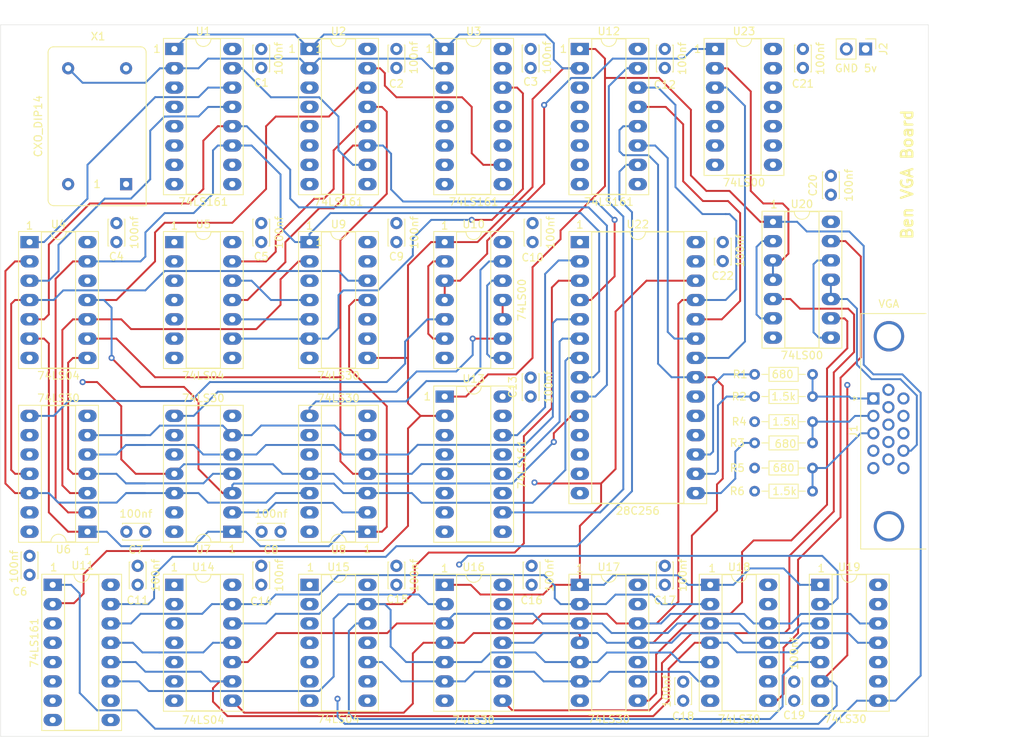
<source format=kicad_pcb>
(kicad_pcb (version 20171130) (host pcbnew "(5.1.8-0-10_14)")
  (title_block (title "Ben Eater VGA Card") (date 2020-12-12) (rev 1.0) (company "Ben Eater") (comment 1 BenEater.net))
  (layers (0 F.Cu signal) (1 In1.Cu signal) (2 In2.Cu signal) (31 B.Cu signal) (34 B.Paste user) (35 F.Paste user) (36 B.SilkS user) (37 F.SilkS user) (38 B.Mask user) (39 F.Mask user) (44 Edge.Cuts user))
  (net 0 "")
  (net 1 +5V)
  (net 2 GND)
  (net 3 /HSync/CLK)
  (net 4 /HSync/264)
  (net 5 HSYNC)
  (net 6 "Net-(J1-Pad3)")
  (net 7 "Net-(J1-Pad2)")
  (net 8 "Net-(J1-Pad1)")
  (net 9 "Net-(R1-Pad1)")
  (net 10 "Net-(R2-Pad1)")
  (net 11 "Net-(R3-Pad1)")
  (net 12 "Net-(R4-Pad1)")
  (net 13 "Net-(R5-Pad1)")
  (net 14 "Net-(R6-Pad1)")
  (net 15 /HSync/Q1)
  (net 16 /HSync/Q2)
  (net 17 /HSync/Q3)
  (net 18 /HSync/Q4)
  (net 19 /HSync/Q5)
  (net 20 /HSync/Q6)
  (net 21 /HSync/Q7)
  (net 22 /HSync/HBLANK)
  (net 23 "Net-(U10-Pad12)")
  (net 24 "Net-(U10-Pad2)")
  (net 25 /HSync/Q0)
  (net 26 /HSync/Q8)
  (net 27 VSYNC)
  (net 28 /VSync/VBLANK)
  (net 29 /VSync/Q9)
  (net 30 /VSync/Q4)
  (net 31 /VSync/Q5)
  (net 32 /VSync/Q7)
  (net 33 /VSync/Q6)
  (net 34 /VSync/Q3)
  (net 35 /VSync/Q8)
  (net 36 "Net-(U14-Pad12)")
  (net 37 "Net-(U14-Pad10)")
  (net 38 /VSync/Q0)
  (net 39 /VSync/Q1)
  (net 40 /VSync/Q2)
  (net 41 "Net-(U1-Pad15)")
  (net 42 "Net-(U2-Pad15)")
  (net 43 "Net-(U4-Pad6)")
  (net 44 "Net-(U4-Pad12)")
  (net 45 "Net-(U4-Pad4)")
  (net 46 "Net-(U4-Pad10)")
  (net 47 "Net-(U4-Pad2)")
  (net 48 "Net-(U4-Pad8)")
  (net 49 "Net-(U5-Pad12)")
  (net 50 "Net-(U5-Pad10)")
  (net 51 "Net-(U10-Pad5)")
  (net 52 "Net-(U10-Pad9)")
  (net 53 "Net-(U10-Pad13)")
  (net 54 "Net-(U11-Pad15)")
  (net 55 "Net-(U11-Pad1)")
  (net 56 "Net-(U12-Pad15)")
  (net 57 "Net-(U14-Pad8)")
  (net 58 "Net-(U15-Pad12)")
  (net 59 "Net-(U15-Pad10)")
  (net 60 "Net-(U16-Pad8)")
  (net 61 "Net-(U17-Pad8)")
  (net 62 "Net-(U18-Pad8)")
  (net 63 "Net-(U20-Pad2)")
  (net 64 "Net-(U20-Pad12)")
  (net 65 "Net-(U22-Pad22)")
  (module Package_DIP:DIP-14_W7.62mm_Socket_LongPads (layer F.Cu) (at 195.58 92.583)
    (fp_text reference U20 (at 3.81 -2.33) (layer F.SilkS))
    (fp_text value 74LS00 (at 3.81 17.57) (layer F.SilkS))
    (pad 14 thru_hole oval (at 7.62 0) (size 2.4 1.6) (drill 0.8) (layers *.Cu *.Mask) (net 1 +5V))
    (pad 7 thru_hole oval (at 0 15.24) (size 2.4 1.6) (drill 0.8) (layers *.Cu *.Mask) (net 2 GND))
    (pad 13 thru_hole oval (at 7.62 2.54) (size 2.4 1.6) (drill 0.8) (layers *.Cu *.Mask) (net 62 "Net-(U18-Pad8)"))
    (pad 6 thru_hole oval (at 0 12.7) (size 2.4 1.6) (drill 0.8) (layers *.Cu *.Mask) (net 63 "Net-(U20-Pad2)"))
    (pad 12 thru_hole oval (at 7.62 5.08) (size 2.4 1.6) (drill 0.8) (layers *.Cu *.Mask) (net 64 "Net-(U20-Pad12)"))
    (pad 5 thru_hole oval (at 0 10.16) (size 2.4 1.6) (drill 0.8) (layers *.Cu *.Mask) (net 60 "Net-(U16-Pad8)"))
    (pad 11 thru_hole oval (at 7.62 7.62) (size 2.4 1.6) (drill 0.8) (layers *.Cu *.Mask) (net 27 VSYNC))
    (pad 4 thru_hole oval (at 0 7.62) (size 2.4 1.6) (drill 0.8) (layers *.Cu *.Mask) (net 28 /VSync/VBLANK))
    (pad 10 thru_hole oval (at 7.62 10.16) (size 2.4 1.6) (drill 0.8) (layers *.Cu *.Mask) (net 27 VSYNC))
    (pad 3 thru_hole oval (at 0 5.08) (size 2.4 1.6) (drill 0.8) (layers *.Cu *.Mask) (net 28 /VSync/VBLANK))
    (pad 9 thru_hole oval (at 7.62 12.7) (size 2.4 1.6) (drill 0.8) (layers *.Cu *.Mask) (net 61 "Net-(U17-Pad8)"))
    (pad 2 thru_hole oval (at 0 2.54) (size 2.4 1.6) (drill 0.8) (layers *.Cu *.Mask) (net 63 "Net-(U20-Pad2)"))
    (pad 8 thru_hole oval (at 7.62 15.24) (size 2.4 1.6) (drill 0.8) (layers *.Cu *.Mask) (net 64 "Net-(U20-Pad12)"))
    (pad 1 thru_hole rect (at 0 0) (size 2.4 1.6) (drill 0.8) (layers *.Cu *.Mask) (net 55 "Net-(U11-Pad1)"))
  )
  (module Mounting_Holes:MountingHole_2.2mm_M2 (layer F.Cu) (at 213.487 157.734)
    (fp_text reference H4 hide)
    (fp_text value MountingHole hide)
    (pad 1 np_thru_hole circle (at 0 0) (size 2.2 2.2) (drill 2.2) (layers *.Cu *.Mask))
  )
  (module Mounting_Holes:MountingHole_2.2mm_M2 (layer F.Cu) (at 213.487 69.215)
    (fp_text reference H3 hide)
    (fp_text value MountingHole hide)
    (pad 1 np_thru_hole circle (at 0 0) (size 2.2 2.2) (drill 2.2) (layers *.Cu *.Mask))
  )
  (module Mounting_Holes:MountingHole_2.2mm_M2 (layer F.Cu) (at 96.52 157.734)
    (fp_text reference H2 hide)
    (fp_text value MountingHole hide)
    (pad 1 np_thru_hole circle (at 0 0) (size 2.2 2.2) (drill 2.2) (layers *.Cu *.Mask))
  )
  (module Mounting_Holes:MountingHole_2.2mm_M2 (layer F.Cu) (at 96.901 69.342)
    (fp_text reference H1 hide)
    (fp_text value MountingHole hide)
    (pad 1 np_thru_hole circle (at 0 0) (size 2.2 2.2) (drill 2.2) (layers *.Cu *.Mask))
  )
  (module Capacitors_THT:C_Disc_D3.4mm_W2.1mm_P2.50mm (layer F.Cu) (at 188.976 95.25 270)
    (fp_text reference C22 (at 4.445 0 180) (layer F.SilkS))
    (fp_text value 100nf (at 1.143 -2.286 270) (layer F.SilkS))
    (pad 1 thru_hole circle (at 0 0 270) (size 1.6 1.6) (drill 0.8) (layers *.Cu *.Mask) (net 1 +5V))
    (pad 2 thru_hole circle (at 2.5 0 270) (size 1.6 1.6) (drill 0.8) (layers *.Cu *.Mask) (net 2 GND))
  )
  (module Package_DIP:DIP-16_W7.62mm_Socket_LongPads (layer F.Cu) (at 170.18 69.85)
    (fp_text reference U12 (at 3.81 -2.33) (layer F.SilkS))
    (fp_text value 74LS161 (at 3.81 20.11) (layer F.SilkS))
    (pad 16 thru_hole oval (at 7.62 0) (size 2.4 1.6) (drill 0.8) (layers *.Cu *.Mask) (net 1 +5V))
    (pad 8 thru_hole oval (at 0 17.78) (size 2.4 1.6) (drill 0.8) (layers *.Cu *.Mask) (net 2 GND))
    (pad 15 thru_hole oval (at 7.62 2.54) (size 2.4 1.6) (drill 0.8) (layers *.Cu *.Mask) (net 56 "Net-(U12-Pad15)"))
    (pad 7 thru_hole oval (at 0 15.24) (size 2.4 1.6) (drill 0.8) (layers *.Cu *.Mask) (net 1 +5V))
    (pad 14 thru_hole oval (at 7.62 5.08) (size 2.4 1.6) (drill 0.8) (layers *.Cu *.Mask) (net 30 /VSync/Q4))
    (pad 6 thru_hole oval (at 0 12.7) (size 2.4 1.6) (drill 0.8) (layers *.Cu *.Mask))
    (pad 13 thru_hole oval (at 7.62 7.62) (size 2.4 1.6) (drill 0.8) (layers *.Cu *.Mask) (net 31 /VSync/Q5))
    (pad 5 thru_hole oval (at 0 10.16) (size 2.4 1.6) (drill 0.8) (layers *.Cu *.Mask))
    (pad 12 thru_hole oval (at 7.62 10.16) (size 2.4 1.6) (drill 0.8) (layers *.Cu *.Mask) (net 33 /VSync/Q6))
    (pad 4 thru_hole oval (at 0 7.62) (size 2.4 1.6) (drill 0.8) (layers *.Cu *.Mask))
    (pad 11 thru_hole oval (at 7.62 12.7) (size 2.4 1.6) (drill 0.8) (layers *.Cu *.Mask) (net 32 /VSync/Q7))
    (pad 3 thru_hole oval (at 0 5.08) (size 2.4 1.6) (drill 0.8) (layers *.Cu *.Mask))
    (pad 10 thru_hole oval (at 7.62 15.24) (size 2.4 1.6) (drill 0.8) (layers *.Cu *.Mask) (net 54 "Net-(U11-Pad15)"))
    (pad 2 thru_hole oval (at 0 2.54) (size 2.4 1.6) (drill 0.8) (layers *.Cu *.Mask) (net 4 /HSync/264))
    (pad 9 thru_hole oval (at 7.62 17.78) (size 2.4 1.6) (drill 0.8) (layers *.Cu *.Mask) (net 1 +5V))
    (pad 1 thru_hole rect (at 0 0) (size 2.4 1.6) (drill 0.8) (layers *.Cu *.Mask) (net 55 "Net-(U11-Pad1)"))
  )
  (module Package_DIP:DIP-14_W7.62mm_Socket_LongPads (layer F.Cu) (at 152.4 95.25)
    (fp_text reference U10 (at 3.81 -2.33) (layer F.SilkS))
    (fp_text value 74LS00 (at 10.16 7.62 90) (layer F.SilkS))
    (pad 14 thru_hole oval (at 7.62 0) (size 2.4 1.6) (drill 0.8) (layers *.Cu *.Mask) (net 1 +5V))
    (pad 7 thru_hole oval (at 0 15.24) (size 2.4 1.6) (drill 0.8) (layers *.Cu *.Mask) (net 2 GND))
    (pad 13 thru_hole oval (at 7.62 2.54) (size 2.4 1.6) (drill 0.8) (layers *.Cu *.Mask) (net 53 "Net-(U10-Pad13)"))
    (pad 6 thru_hole oval (at 0 12.7) (size 2.4 1.6) (drill 0.8) (layers *.Cu *.Mask) (net 24 "Net-(U10-Pad2)"))
    (pad 12 thru_hole oval (at 7.62 5.08) (size 2.4 1.6) (drill 0.8) (layers *.Cu *.Mask) (net 23 "Net-(U10-Pad12)"))
    (pad 5 thru_hole oval (at 0 10.16) (size 2.4 1.6) (drill 0.8) (layers *.Cu *.Mask) (net 51 "Net-(U10-Pad5)"))
    (pad 11 thru_hole oval (at 7.62 7.62) (size 2.4 1.6) (drill 0.8) (layers *.Cu *.Mask) (net 5 HSYNC))
    (pad 4 thru_hole oval (at 0 7.62) (size 2.4 1.6) (drill 0.8) (layers *.Cu *.Mask) (net 22 /HSync/HBLANK))
    (pad 10 thru_hole oval (at 7.62 10.16) (size 2.4 1.6) (drill 0.8) (layers *.Cu *.Mask) (net 5 HSYNC))
    (pad 3 thru_hole oval (at 0 5.08) (size 2.4 1.6) (drill 0.8) (layers *.Cu *.Mask) (net 22 /HSync/HBLANK))
    (pad 9 thru_hole oval (at 7.62 12.7) (size 2.4 1.6) (drill 0.8) (layers *.Cu *.Mask) (net 52 "Net-(U10-Pad9)"))
    (pad 2 thru_hole oval (at 0 2.54) (size 2.4 1.6) (drill 0.8) (layers *.Cu *.Mask) (net 24 "Net-(U10-Pad2)"))
    (pad 8 thru_hole oval (at 7.62 15.24) (size 2.4 1.6) (drill 0.8) (layers *.Cu *.Mask) (net 23 "Net-(U10-Pad12)"))
    (pad 1 thru_hole rect (at 0 0) (size 2.4 1.6) (drill 0.8) (layers *.Cu *.Mask) (net 4 /HSync/264))
  )
  (module Package_DIP:DIP-14_W7.62mm_Socket_LongPads (layer F.Cu) (at 187.96 69.85)
    (fp_text reference U23 (at 3.81 -2.33) (layer F.SilkS))
    (fp_text value 74LS00 (at 3.81 17.57) (layer F.SilkS))
    (pad 14 thru_hole oval (at 7.62 0) (size 2.4 1.6) (drill 0.8) (layers *.Cu *.Mask) (net 1 +5V))
    (pad 7 thru_hole oval (at 0 15.24) (size 2.4 1.6) (drill 0.8) (layers *.Cu *.Mask) (net 2 GND))
    (pad 13 thru_hole oval (at 7.62 2.54) (size 2.4 1.6) (drill 0.8) (layers *.Cu *.Mask))
    (pad 6 thru_hole oval (at 0 12.7) (size 2.4 1.6) (drill 0.8) (layers *.Cu *.Mask))
    (pad 12 thru_hole oval (at 7.62 5.08) (size 2.4 1.6) (drill 0.8) (layers *.Cu *.Mask))
    (pad 5 thru_hole oval (at 0 10.16) (size 2.4 1.6) (drill 0.8) (layers *.Cu *.Mask))
    (pad 11 thru_hole oval (at 7.62 7.62) (size 2.4 1.6) (drill 0.8) (layers *.Cu *.Mask))
    (pad 4 thru_hole oval (at 0 7.62) (size 2.4 1.6) (drill 0.8) (layers *.Cu *.Mask))
    (pad 10 thru_hole oval (at 7.62 10.16) (size 2.4 1.6) (drill 0.8) (layers *.Cu *.Mask))
    (pad 3 thru_hole oval (at 0 5.08) (size 2.4 1.6) (drill 0.8) (layers *.Cu *.Mask) (net 65 "Net-(U22-Pad22)"))
    (pad 9 thru_hole oval (at 7.62 12.7) (size 2.4 1.6) (drill 0.8) (layers *.Cu *.Mask))
    (pad 2 thru_hole oval (at 0 2.54) (size 2.4 1.6) (drill 0.8) (layers *.Cu *.Mask) (net 28 /VSync/VBLANK))
    (pad 8 thru_hole oval (at 7.62 15.24) (size 2.4 1.6) (drill 0.8) (layers *.Cu *.Mask))
    (pad 1 thru_hole rect (at 0 0) (size 2.4 1.6) (drill 0.8) (layers *.Cu *.Mask) (net 22 /HSync/HBLANK))
  )
  (module Package_DIP:DIP-14_W7.62mm_Socket_LongPads (layer F.Cu) (at 201.803 140.335)
    (fp_text reference U19 (at 3.81 -2.33) (layer F.SilkS))
    (fp_text value 74LS30 (at 3.302 17.653) (layer F.SilkS))
    (pad 14 thru_hole oval (at 7.62 0) (size 2.4 1.6) (drill 0.8) (layers *.Cu *.Mask) (net 2 GND))
    (pad 7 thru_hole oval (at 0 15.24) (size 2.4 1.6) (drill 0.8) (layers *.Cu *.Mask) (net 1 +5V))
    (pad 13 thru_hole oval (at 7.62 2.54) (size 2.4 1.6) (drill 0.8) (layers *.Cu *.Mask))
    (pad 6 thru_hole oval (at 0 12.7) (size 2.4 1.6) (drill 0.8) (layers *.Cu *.Mask) (net 31 /VSync/Q5))
    (pad 12 thru_hole oval (at 7.62 5.08) (size 2.4 1.6) (drill 0.8) (layers *.Cu *.Mask) (net 30 /VSync/Q4))
    (pad 5 thru_hole oval (at 0 10.16) (size 2.4 1.6) (drill 0.8) (layers *.Cu *.Mask) (net 58 "Net-(U15-Pad12)"))
    (pad 11 thru_hole oval (at 7.62 7.62) (size 2.4 1.6) (drill 0.8) (layers *.Cu *.Mask) (net 33 /VSync/Q6))
    (pad 4 thru_hole oval (at 0 7.62) (size 2.4 1.6) (drill 0.8) (layers *.Cu *.Mask) (net 40 /VSync/Q2))
    (pad 10 thru_hole oval (at 7.62 10.16) (size 2.4 1.6) (drill 0.8) (layers *.Cu *.Mask))
    (pad 3 thru_hole oval (at 0 5.08) (size 2.4 1.6) (drill 0.8) (layers *.Cu *.Mask) (net 37 "Net-(U14-Pad10)"))
    (pad 9 thru_hole oval (at 7.62 12.7) (size 2.4 1.6) (drill 0.8) (layers *.Cu *.Mask))
    (pad 2 thru_hole oval (at 0 2.54) (size 2.4 1.6) (drill 0.8) (layers *.Cu *.Mask) (net 36 "Net-(U14-Pad12)"))
    (pad 8 thru_hole oval (at 7.62 15.24) (size 2.4 1.6) (drill 0.8) (layers *.Cu *.Mask) (net 55 "Net-(U11-Pad1)"))
    (pad 1 thru_hole rect (at 0 0) (size 2.4 1.6) (drill 0.8) (layers *.Cu *.Mask) (net 29 /VSync/Q9))
  )
  (module Package_DIP:DIP-14_W7.62mm_Socket_LongPads (layer F.Cu) (at 187.325 140.335)
    (fp_text reference U18 (at 3.81 -2.33) (layer F.SilkS))
    (fp_text value 74LS30 (at 3.81 17.653) (layer F.SilkS))
    (pad 14 thru_hole oval (at 7.62 0) (size 2.4 1.6) (drill 0.8) (layers *.Cu *.Mask) (net 2 GND))
    (pad 7 thru_hole oval (at 0 15.24) (size 2.4 1.6) (drill 0.8) (layers *.Cu *.Mask) (net 1 +5V))
    (pad 13 thru_hole oval (at 7.62 2.54) (size 2.4 1.6) (drill 0.8) (layers *.Cu *.Mask))
    (pad 6 thru_hole oval (at 0 12.7) (size 2.4 1.6) (drill 0.8) (layers *.Cu *.Mask) (net 59 "Net-(U15-Pad10)"))
    (pad 12 thru_hole oval (at 7.62 5.08) (size 2.4 1.6) (drill 0.8) (layers *.Cu *.Mask) (net 30 /VSync/Q4))
    (pad 5 thru_hole oval (at 0 10.16) (size 2.4 1.6) (drill 0.8) (layers *.Cu *.Mask) (net 34 /VSync/Q3))
    (pad 11 thru_hole oval (at 7.62 7.62) (size 2.4 1.6) (drill 0.8) (layers *.Cu *.Mask) (net 33 /VSync/Q6))
    (pad 4 thru_hole oval (at 0 7.62) (size 2.4 1.6) (drill 0.8) (layers *.Cu *.Mask) (net 40 /VSync/Q2))
    (pad 10 thru_hole oval (at 7.62 10.16) (size 2.4 1.6) (drill 0.8) (layers *.Cu *.Mask))
    (pad 3 thru_hole oval (at 0 5.08) (size 2.4 1.6) (drill 0.8) (layers *.Cu *.Mask) (net 37 "Net-(U14-Pad10)"))
    (pad 9 thru_hole oval (at 7.62 12.7) (size 2.4 1.6) (drill 0.8) (layers *.Cu *.Mask))
    (pad 2 thru_hole oval (at 0 2.54) (size 2.4 1.6) (drill 0.8) (layers *.Cu *.Mask) (net 38 /VSync/Q0))
    (pad 8 thru_hole oval (at 7.62 15.24) (size 2.4 1.6) (drill 0.8) (layers *.Cu *.Mask) (net 62 "Net-(U18-Pad8)"))
    (pad 1 thru_hole rect (at 0 0) (size 2.4 1.6) (drill 0.8) (layers *.Cu *.Mask) (net 29 /VSync/Q9))
  )
  (module Package_DIP:DIP-14_W7.62mm_Socket_LongPads (layer F.Cu) (at 170.18 140.335)
    (fp_text reference U17 (at 3.81 -2.33) (layer F.SilkS))
    (fp_text value 74LS30 (at 3.81 17.653) (layer F.SilkS))
    (pad 14 thru_hole oval (at 7.62 0) (size 2.4 1.6) (drill 0.8) (layers *.Cu *.Mask) (net 1 +5V))
    (pad 7 thru_hole oval (at 0 15.24) (size 2.4 1.6) (drill 0.8) (layers *.Cu *.Mask) (net 2 GND))
    (pad 13 thru_hole oval (at 7.62 2.54) (size 2.4 1.6) (drill 0.8) (layers *.Cu *.Mask))
    (pad 6 thru_hole oval (at 0 12.7) (size 2.4 1.6) (drill 0.8) (layers *.Cu *.Mask) (net 59 "Net-(U15-Pad10)"))
    (pad 12 thru_hole oval (at 7.62 5.08) (size 2.4 1.6) (drill 0.8) (layers *.Cu *.Mask) (net 30 /VSync/Q4))
    (pad 5 thru_hole oval (at 0 10.16) (size 2.4 1.6) (drill 0.8) (layers *.Cu *.Mask) (net 34 /VSync/Q3))
    (pad 11 thru_hole oval (at 7.62 7.62) (size 2.4 1.6) (drill 0.8) (layers *.Cu *.Mask) (net 33 /VSync/Q6))
    (pad 4 thru_hole oval (at 0 7.62) (size 2.4 1.6) (drill 0.8) (layers *.Cu *.Mask) (net 57 "Net-(U14-Pad8)"))
    (pad 10 thru_hole oval (at 7.62 10.16) (size 2.4 1.6) (drill 0.8) (layers *.Cu *.Mask))
    (pad 3 thru_hole oval (at 0 5.08) (size 2.4 1.6) (drill 0.8) (layers *.Cu *.Mask) (net 37 "Net-(U14-Pad10)"))
    (pad 9 thru_hole oval (at 7.62 12.7) (size 2.4 1.6) (drill 0.8) (layers *.Cu *.Mask))
    (pad 2 thru_hole oval (at 0 2.54) (size 2.4 1.6) (drill 0.8) (layers *.Cu *.Mask) (net 38 /VSync/Q0))
    (pad 8 thru_hole oval (at 7.62 15.24) (size 2.4 1.6) (drill 0.8) (layers *.Cu *.Mask) (net 61 "Net-(U17-Pad8)"))
    (pad 1 thru_hole rect (at 0 0) (size 2.4 1.6) (drill 0.8) (layers *.Cu *.Mask) (net 29 /VSync/Q9))
  )
  (module Package_DIP:DIP-14_W7.62mm_Socket_LongPads (layer F.Cu) (at 152.4 140.335)
    (fp_text reference U16 (at 3.81 -2.33) (layer F.SilkS))
    (fp_text value 74LS30 (at 3.81 17.78) (layer F.SilkS))
    (pad 14 thru_hole oval (at 7.62 0) (size 2.4 1.6) (drill 0.8) (layers *.Cu *.Mask) (net 1 +5V))
    (pad 7 thru_hole oval (at 0 15.24) (size 2.4 1.6) (drill 0.8) (layers *.Cu *.Mask) (net 2 GND))
    (pad 13 thru_hole oval (at 7.62 2.54) (size 2.4 1.6) (drill 0.8) (layers *.Cu *.Mask))
    (pad 6 thru_hole oval (at 0 12.7) (size 2.4 1.6) (drill 0.8) (layers *.Cu *.Mask) (net 59 "Net-(U15-Pad10)"))
    (pad 12 thru_hole oval (at 7.62 5.08) (size 2.4 1.6) (drill 0.8) (layers *.Cu *.Mask) (net 30 /VSync/Q4))
    (pad 5 thru_hole oval (at 0 10.16) (size 2.4 1.6) (drill 0.8) (layers *.Cu *.Mask) (net 34 /VSync/Q3))
    (pad 11 thru_hole oval (at 7.62 7.62) (size 2.4 1.6) (drill 0.8) (layers *.Cu *.Mask) (net 33 /VSync/Q6))
    (pad 4 thru_hole oval (at 0 7.62) (size 2.4 1.6) (drill 0.8) (layers *.Cu *.Mask) (net 57 "Net-(U14-Pad8)"))
    (pad 10 thru_hole oval (at 7.62 10.16) (size 2.4 1.6) (drill 0.8) (layers *.Cu *.Mask))
    (pad 3 thru_hole oval (at 0 5.08) (size 2.4 1.6) (drill 0.8) (layers *.Cu *.Mask) (net 37 "Net-(U14-Pad10)"))
    (pad 9 thru_hole oval (at 7.62 12.7) (size 2.4 1.6) (drill 0.8) (layers *.Cu *.Mask))
    (pad 2 thru_hole oval (at 0 2.54) (size 2.4 1.6) (drill 0.8) (layers *.Cu *.Mask) (net 36 "Net-(U14-Pad12)"))
    (pad 8 thru_hole oval (at 7.62 15.24) (size 2.4 1.6) (drill 0.8) (layers *.Cu *.Mask) (net 60 "Net-(U16-Pad8)"))
    (pad 1 thru_hole rect (at 0 0) (size 2.4 1.6) (drill 0.8) (layers *.Cu *.Mask) (net 29 /VSync/Q9))
  )
  (module Package_DIP:DIP-14_W7.62mm_Socket_LongPads (layer F.Cu) (at 134.62 140.335)
    (fp_text reference U15 (at 3.81 -2.33) (layer F.SilkS))
    (fp_text value 74LS04 (at 3.81 17.653 180) (layer F.SilkS))
    (pad 14 thru_hole oval (at 7.62 0) (size 2.4 1.6) (drill 0.8) (layers *.Cu *.Mask) (net 1 +5V))
    (pad 7 thru_hole oval (at 0 15.24) (size 2.4 1.6) (drill 0.8) (layers *.Cu *.Mask) (net 2 GND))
    (pad 13 thru_hole oval (at 7.62 2.54) (size 2.4 1.6) (drill 0.8) (layers *.Cu *.Mask) (net 34 /VSync/Q3))
    (pad 6 thru_hole oval (at 0 12.7) (size 2.4 1.6) (drill 0.8) (layers *.Cu *.Mask))
    (pad 12 thru_hole oval (at 7.62 5.08) (size 2.4 1.6) (drill 0.8) (layers *.Cu *.Mask) (net 58 "Net-(U15-Pad12)"))
    (pad 5 thru_hole oval (at 0 10.16) (size 2.4 1.6) (drill 0.8) (layers *.Cu *.Mask))
    (pad 11 thru_hole oval (at 7.62 7.62) (size 2.4 1.6) (drill 0.8) (layers *.Cu *.Mask) (net 31 /VSync/Q5))
    (pad 4 thru_hole oval (at 0 7.62) (size 2.4 1.6) (drill 0.8) (layers *.Cu *.Mask))
    (pad 10 thru_hole oval (at 7.62 10.16) (size 2.4 1.6) (drill 0.8) (layers *.Cu *.Mask) (net 59 "Net-(U15-Pad10)"))
    (pad 3 thru_hole oval (at 0 5.08) (size 2.4 1.6) (drill 0.8) (layers *.Cu *.Mask))
    (pad 9 thru_hole oval (at 7.62 12.7) (size 2.4 1.6) (drill 0.8) (layers *.Cu *.Mask))
    (pad 2 thru_hole oval (at 0 2.54) (size 2.4 1.6) (drill 0.8) (layers *.Cu *.Mask))
    (pad 8 thru_hole oval (at 7.62 15.24) (size 2.4 1.6) (drill 0.8) (layers *.Cu *.Mask))
    (pad 1 thru_hole rect (at 0 0) (size 2.4 1.6) (drill 0.8) (layers *.Cu *.Mask))
  )
  (module Package_DIP:DIP-14_W7.62mm_Socket_LongPads (layer F.Cu) (at 116.84 140.335)
    (fp_text reference U14 (at 3.81 -2.33) (layer F.SilkS))
    (fp_text value 74LS04 (at 3.81 17.78) (layer F.SilkS))
    (pad 14 thru_hole oval (at 7.62 0) (size 2.4 1.6) (drill 0.8) (layers *.Cu *.Mask) (net 1 +5V))
    (pad 7 thru_hole oval (at 0 15.24) (size 2.4 1.6) (drill 0.8) (layers *.Cu *.Mask) (net 2 GND))
    (pad 13 thru_hole oval (at 7.62 2.54) (size 2.4 1.6) (drill 0.8) (layers *.Cu *.Mask) (net 38 /VSync/Q0))
    (pad 6 thru_hole oval (at 0 12.7) (size 2.4 1.6) (drill 0.8) (layers *.Cu *.Mask))
    (pad 12 thru_hole oval (at 7.62 5.08) (size 2.4 1.6) (drill 0.8) (layers *.Cu *.Mask) (net 36 "Net-(U14-Pad12)"))
    (pad 5 thru_hole oval (at 0 10.16) (size 2.4 1.6) (drill 0.8) (layers *.Cu *.Mask))
    (pad 11 thru_hole oval (at 7.62 7.62) (size 2.4 1.6) (drill 0.8) (layers *.Cu *.Mask) (net 39 /VSync/Q1))
    (pad 4 thru_hole oval (at 0 7.62) (size 2.4 1.6) (drill 0.8) (layers *.Cu *.Mask))
    (pad 10 thru_hole oval (at 7.62 10.16) (size 2.4 1.6) (drill 0.8) (layers *.Cu *.Mask) (net 37 "Net-(U14-Pad10)"))
    (pad 3 thru_hole oval (at 0 5.08) (size 2.4 1.6) (drill 0.8) (layers *.Cu *.Mask))
    (pad 9 thru_hole oval (at 7.62 12.7) (size 2.4 1.6) (drill 0.8) (layers *.Cu *.Mask) (net 40 /VSync/Q2))
    (pad 2 thru_hole oval (at 0 2.54) (size 2.4 1.6) (drill 0.8) (layers *.Cu *.Mask))
    (pad 8 thru_hole oval (at 7.62 15.24) (size 2.4 1.6) (drill 0.8) (layers *.Cu *.Mask) (net 57 "Net-(U14-Pad8)"))
    (pad 1 thru_hole rect (at 0 0) (size 2.4 1.6) (drill 0.8) (layers *.Cu *.Mask))
  )
  (module Package_DIP:DIP-16_W7.62mm_Socket_LongPads (layer F.Cu) (at 152.4 115.57)
    (fp_text reference U13 (at 3.81 -2.33) (layer F.SilkS))
    (fp_text value 74LS161 (at 10.16 8.89 90) (layer F.SilkS))
    (pad 16 thru_hole oval (at 7.62 0) (size 2.4 1.6) (drill 0.8) (layers *.Cu *.Mask) (net 1 +5V))
    (pad 8 thru_hole oval (at 0 17.78) (size 2.4 1.6) (drill 0.8) (layers *.Cu *.Mask) (net 2 GND))
    (pad 15 thru_hole oval (at 7.62 2.54) (size 2.4 1.6) (drill 0.8) (layers *.Cu *.Mask))
    (pad 7 thru_hole oval (at 0 15.24) (size 2.4 1.6) (drill 0.8) (layers *.Cu *.Mask) (net 1 +5V))
    (pad 14 thru_hole oval (at 7.62 5.08) (size 2.4 1.6) (drill 0.8) (layers *.Cu *.Mask) (net 35 /VSync/Q8))
    (pad 6 thru_hole oval (at 0 12.7) (size 2.4 1.6) (drill 0.8) (layers *.Cu *.Mask))
    (pad 13 thru_hole oval (at 7.62 7.62) (size 2.4 1.6) (drill 0.8) (layers *.Cu *.Mask) (net 29 /VSync/Q9))
    (pad 5 thru_hole oval (at 0 10.16) (size 2.4 1.6) (drill 0.8) (layers *.Cu *.Mask))
    (pad 12 thru_hole oval (at 7.62 10.16) (size 2.4 1.6) (drill 0.8) (layers *.Cu *.Mask))
    (pad 4 thru_hole oval (at 0 7.62) (size 2.4 1.6) (drill 0.8) (layers *.Cu *.Mask))
    (pad 11 thru_hole oval (at 7.62 12.7) (size 2.4 1.6) (drill 0.8) (layers *.Cu *.Mask))
    (pad 3 thru_hole oval (at 0 5.08) (size 2.4 1.6) (drill 0.8) (layers *.Cu *.Mask))
    (pad 10 thru_hole oval (at 7.62 15.24) (size 2.4 1.6) (drill 0.8) (layers *.Cu *.Mask) (net 56 "Net-(U12-Pad15)"))
    (pad 2 thru_hole oval (at 0 2.54) (size 2.4 1.6) (drill 0.8) (layers *.Cu *.Mask) (net 4 /HSync/264))
    (pad 9 thru_hole oval (at 7.62 17.78) (size 2.4 1.6) (drill 0.8) (layers *.Cu *.Mask) (net 1 +5V))
    (pad 1 thru_hole rect (at 0 0) (size 2.4 1.6) (drill 0.8) (layers *.Cu *.Mask) (net 55 "Net-(U11-Pad1)"))
  )
  (module Package_DIP:DIP-16_W7.62mm_Socket_LongPads (layer F.Cu) (at 100.838 140.335)
    (fp_text reference U11 (at 3.937 -2.54) (layer F.SilkS))
    (fp_text value 74LS161 (at -2.413 7.62 90) (layer F.SilkS))
    (pad 16 thru_hole oval (at 7.62 0) (size 2.4 1.6) (drill 0.8) (layers *.Cu *.Mask) (net 1 +5V))
    (pad 8 thru_hole oval (at 0 17.78) (size 2.4 1.6) (drill 0.8) (layers *.Cu *.Mask) (net 2 GND))
    (pad 15 thru_hole oval (at 7.62 2.54) (size 2.4 1.6) (drill 0.8) (layers *.Cu *.Mask) (net 54 "Net-(U11-Pad15)"))
    (pad 7 thru_hole oval (at 0 15.24) (size 2.4 1.6) (drill 0.8) (layers *.Cu *.Mask) (net 1 +5V))
    (pad 14 thru_hole oval (at 7.62 5.08) (size 2.4 1.6) (drill 0.8) (layers *.Cu *.Mask) (net 38 /VSync/Q0))
    (pad 6 thru_hole oval (at 0 12.7) (size 2.4 1.6) (drill 0.8) (layers *.Cu *.Mask))
    (pad 13 thru_hole oval (at 7.62 7.62) (size 2.4 1.6) (drill 0.8) (layers *.Cu *.Mask) (net 39 /VSync/Q1))
    (pad 5 thru_hole oval (at 0 10.16) (size 2.4 1.6) (drill 0.8) (layers *.Cu *.Mask))
    (pad 12 thru_hole oval (at 7.62 10.16) (size 2.4 1.6) (drill 0.8) (layers *.Cu *.Mask) (net 40 /VSync/Q2))
    (pad 4 thru_hole oval (at 0 7.62) (size 2.4 1.6) (drill 0.8) (layers *.Cu *.Mask))
    (pad 11 thru_hole oval (at 7.62 12.7) (size 2.4 1.6) (drill 0.8) (layers *.Cu *.Mask) (net 34 /VSync/Q3))
    (pad 3 thru_hole oval (at 0 5.08) (size 2.4 1.6) (drill 0.8) (layers *.Cu *.Mask))
    (pad 10 thru_hole oval (at 7.62 15.24) (size 2.4 1.6) (drill 0.8) (layers *.Cu *.Mask) (net 1 +5V))
    (pad 2 thru_hole oval (at 0 2.54) (size 2.4 1.6) (drill 0.8) (layers *.Cu *.Mask) (net 4 /HSync/264))
    (pad 9 thru_hole oval (at 7.62 17.78) (size 2.4 1.6) (drill 0.8) (layers *.Cu *.Mask) (net 1 +5V))
    (pad 1 thru_hole rect (at 0 0) (size 2.4 1.6) (drill 0.8) (layers *.Cu *.Mask) (net 55 "Net-(U11-Pad1)"))
  )
  (module Oscillator:Oscillator_DIP-14 (layer F.Cu) (at 110.49 87.63 90)
    (fp_text reference X1 (at 19.431 -3.683 180) (layer F.SilkS))
    (fp_text value CXO_DIP14 (at 7.62 -11.557 90) (layer F.SilkS))
    (pad 7 thru_hole circle (at 15.24 0 90) (size 1.6 1.6) (drill 0.8) (layers *.Cu *.Mask) (net 2 GND))
    (pad 8 thru_hole circle (at 15.24 -7.62 90) (size 1.6 1.6) (drill 0.8) (layers *.Cu *.Mask) (net 3 /HSync/CLK))
    (pad 14 thru_hole circle (at 0 -7.62 90) (size 1.6 1.6) (drill 0.8) (layers *.Cu *.Mask) (net 1 +5V))
    (pad 1 thru_hole rect (at 0 0 90) (size 1.6 1.6) (drill 0.8) (layers *.Cu *.Mask) (net 1 +5V))
  )
  (module Package_DIP:DIP-14_W7.62mm_Socket_LongPads (layer F.Cu) (at 134.62 95.25)
    (fp_text reference U9 (at 3.81 -2.33) (layer F.SilkS))
    (fp_text value 74LS30 (at 3.81 17.57) (layer F.SilkS))
    (pad 14 thru_hole oval (at 7.62 0) (size 2.4 1.6) (drill 0.8) (layers *.Cu *.Mask) (net 1 +5V))
    (pad 7 thru_hole oval (at 0 15.24) (size 2.4 1.6) (drill 0.8) (layers *.Cu *.Mask) (net 2 GND))
    (pad 13 thru_hole oval (at 7.62 2.54) (size 2.4 1.6) (drill 0.8) (layers *.Cu *.Mask))
    (pad 6 thru_hole oval (at 0 12.7) (size 2.4 1.6) (drill 0.8) (layers *.Cu *.Mask) (net 26 /HSync/Q8))
    (pad 12 thru_hole oval (at 7.62 5.08) (size 2.4 1.6) (drill 0.8) (layers *.Cu *.Mask) (net 45 "Net-(U4-Pad4)"))
    (pad 5 thru_hole oval (at 0 10.16) (size 2.4 1.6) (drill 0.8) (layers *.Cu *.Mask) (net 50 "Net-(U5-Pad10)"))
    (pad 11 thru_hole oval (at 7.62 7.62) (size 2.4 1.6) (drill 0.8) (layers *.Cu *.Mask) (net 43 "Net-(U4-Pad6)"))
    (pad 4 thru_hole oval (at 0 7.62) (size 2.4 1.6) (drill 0.8) (layers *.Cu *.Mask) (net 49 "Net-(U5-Pad12)"))
    (pad 10 thru_hole oval (at 7.62 10.16) (size 2.4 1.6) (drill 0.8) (layers *.Cu *.Mask))
    (pad 3 thru_hole oval (at 0 5.08) (size 2.4 1.6) (drill 0.8) (layers *.Cu *.Mask) (net 48 "Net-(U4-Pad8)"))
    (pad 9 thru_hole oval (at 7.62 12.7) (size 2.4 1.6) (drill 0.8) (layers *.Cu *.Mask))
    (pad 2 thru_hole oval (at 0 2.54) (size 2.4 1.6) (drill 0.8) (layers *.Cu *.Mask) (net 46 "Net-(U4-Pad10)"))
    (pad 8 thru_hole oval (at 7.62 15.24) (size 2.4 1.6) (drill 0.8) (layers *.Cu *.Mask) (net 4 /HSync/264))
    (pad 1 thru_hole rect (at 0 0) (size 2.4 1.6) (drill 0.8) (layers *.Cu *.Mask) (net 17 /HSync/Q3))
  )
  (module Package_DIP:DIP-14_W7.62mm_Socket_LongPads (layer F.Cu) (at 142.24 133.35 180)
    (fp_text reference U8 (at 3.81 -2.33) (layer F.SilkS))
    (fp_text value 74LS30 (at 3.81 17.57) (layer F.SilkS))
    (pad 14 thru_hole oval (at 7.62 0 180) (size 2.4 1.6) (drill 0.8) (layers *.Cu *.Mask) (net 1 +5V))
    (pad 7 thru_hole oval (at 0 15.24 180) (size 2.4 1.6) (drill 0.8) (layers *.Cu *.Mask) (net 2 GND))
    (pad 13 thru_hole oval (at 7.62 2.54 180) (size 2.4 1.6) (drill 0.8) (layers *.Cu *.Mask))
    (pad 6 thru_hole oval (at 0 12.7 180) (size 2.4 1.6) (drill 0.8) (layers *.Cu *.Mask) (net 21 /HSync/Q7))
    (pad 12 thru_hole oval (at 7.62 5.08 180) (size 2.4 1.6) (drill 0.8) (layers *.Cu *.Mask) (net 47 "Net-(U4-Pad2)"))
    (pad 5 thru_hole oval (at 0 10.16 180) (size 2.4 1.6) (drill 0.8) (layers *.Cu *.Mask) (net 20 /HSync/Q6))
    (pad 11 thru_hole oval (at 7.62 7.62 180) (size 2.4 1.6) (drill 0.8) (layers *.Cu *.Mask) (net 15 /HSync/Q1))
    (pad 4 thru_hole oval (at 0 7.62 180) (size 2.4 1.6) (drill 0.8) (layers *.Cu *.Mask) (net 19 /HSync/Q5))
    (pad 10 thru_hole oval (at 7.62 10.16 180) (size 2.4 1.6) (drill 0.8) (layers *.Cu *.Mask))
    (pad 3 thru_hole oval (at 0 5.08 180) (size 2.4 1.6) (drill 0.8) (layers *.Cu *.Mask) (net 18 /HSync/Q4))
    (pad 9 thru_hole oval (at 7.62 12.7 180) (size 2.4 1.6) (drill 0.8) (layers *.Cu *.Mask))
    (pad 2 thru_hole oval (at 0 2.54 180) (size 2.4 1.6) (drill 0.8) (layers *.Cu *.Mask) (net 44 "Net-(U4-Pad12)"))
    (pad 8 thru_hole oval (at 7.62 15.24 180) (size 2.4 1.6) (drill 0.8) (layers *.Cu *.Mask) (net 53 "Net-(U10-Pad13)"))
    (pad 1 thru_hole rect (at 0 0 180) (size 2.4 1.6) (drill 0.8) (layers *.Cu *.Mask) (net 43 "Net-(U4-Pad6)"))
  )
  (module Package_DIP:DIP-14_W7.62mm_Socket_LongPads (layer F.Cu) (at 124.46 133.35 180)
    (fp_text reference U7 (at 3.81 -2.33) (layer F.SilkS))
    (fp_text value 74LS30 (at 3.81 17.57) (layer F.SilkS))
    (pad 14 thru_hole oval (at 7.62 0 180) (size 2.4 1.6) (drill 0.8) (layers *.Cu *.Mask) (net 1 +5V))
    (pad 7 thru_hole oval (at 0 15.24 180) (size 2.4 1.6) (drill 0.8) (layers *.Cu *.Mask) (net 2 GND))
    (pad 13 thru_hole oval (at 7.62 2.54 180) (size 2.4 1.6) (drill 0.8) (layers *.Cu *.Mask))
    (pad 6 thru_hole oval (at 0 12.7 180) (size 2.4 1.6) (drill 0.8) (layers *.Cu *.Mask) (net 21 /HSync/Q7))
    (pad 12 thru_hole oval (at 7.62 5.08 180) (size 2.4 1.6) (drill 0.8) (layers *.Cu *.Mask) (net 47 "Net-(U4-Pad2)"))
    (pad 5 thru_hole oval (at 0 10.16 180) (size 2.4 1.6) (drill 0.8) (layers *.Cu *.Mask) (net 20 /HSync/Q6))
    (pad 11 thru_hole oval (at 7.62 7.62 180) (size 2.4 1.6) (drill 0.8) (layers *.Cu *.Mask) (net 15 /HSync/Q1))
    (pad 4 thru_hole oval (at 0 7.62 180) (size 2.4 1.6) (drill 0.8) (layers *.Cu *.Mask) (net 48 "Net-(U4-Pad8)"))
    (pad 10 thru_hole oval (at 7.62 10.16 180) (size 2.4 1.6) (drill 0.8) (layers *.Cu *.Mask))
    (pad 3 thru_hole oval (at 0 5.08 180) (size 2.4 1.6) (drill 0.8) (layers *.Cu *.Mask) (net 18 /HSync/Q4))
    (pad 9 thru_hole oval (at 7.62 12.7 180) (size 2.4 1.6) (drill 0.8) (layers *.Cu *.Mask))
    (pad 2 thru_hole oval (at 0 2.54 180) (size 2.4 1.6) (drill 0.8) (layers *.Cu *.Mask) (net 44 "Net-(U4-Pad12)"))
    (pad 8 thru_hole oval (at 7.62 15.24 180) (size 2.4 1.6) (drill 0.8) (layers *.Cu *.Mask) (net 52 "Net-(U10-Pad9)"))
    (pad 1 thru_hole rect (at 0 0 180) (size 2.4 1.6) (drill 0.8) (layers *.Cu *.Mask) (net 43 "Net-(U4-Pad6)"))
  )
  (module Package_DIP:DIP-14_W7.62mm_Socket_LongPads (layer F.Cu) (at 105.41 133.35 180)
    (fp_text reference U6 (at 3.175 -2.33) (layer F.SilkS))
    (fp_text value 74LS30 (at 3.81 17.57) (layer F.SilkS))
    (pad 14 thru_hole oval (at 7.62 0 180) (size 2.4 1.6) (drill 0.8) (layers *.Cu *.Mask) (net 1 +5V))
    (pad 7 thru_hole oval (at 0 15.24 180) (size 2.4 1.6) (drill 0.8) (layers *.Cu *.Mask) (net 2 GND))
    (pad 13 thru_hole oval (at 7.62 2.54 180) (size 2.4 1.6) (drill 0.8) (layers *.Cu *.Mask))
    (pad 6 thru_hole oval (at 0 12.7 180) (size 2.4 1.6) (drill 0.8) (layers *.Cu *.Mask) (net 21 /HSync/Q7))
    (pad 12 thru_hole oval (at 7.62 5.08 180) (size 2.4 1.6) (drill 0.8) (layers *.Cu *.Mask) (net 47 "Net-(U4-Pad2)"))
    (pad 5 thru_hole oval (at 0 10.16 180) (size 2.4 1.6) (drill 0.8) (layers *.Cu *.Mask) (net 20 /HSync/Q6))
    (pad 11 thru_hole oval (at 7.62 7.62 180) (size 2.4 1.6) (drill 0.8) (layers *.Cu *.Mask) (net 45 "Net-(U4-Pad4)"))
    (pad 4 thru_hole oval (at 0 7.62 180) (size 2.4 1.6) (drill 0.8) (layers *.Cu *.Mask) (net 48 "Net-(U4-Pad8)"))
    (pad 10 thru_hole oval (at 7.62 10.16 180) (size 2.4 1.6) (drill 0.8) (layers *.Cu *.Mask))
    (pad 3 thru_hole oval (at 0 5.08 180) (size 2.4 1.6) (drill 0.8) (layers *.Cu *.Mask) (net 46 "Net-(U4-Pad10)"))
    (pad 9 thru_hole oval (at 7.62 12.7 180) (size 2.4 1.6) (drill 0.8) (layers *.Cu *.Mask))
    (pad 2 thru_hole oval (at 0 2.54 180) (size 2.4 1.6) (drill 0.8) (layers *.Cu *.Mask) (net 17 /HSync/Q3))
    (pad 8 thru_hole oval (at 7.62 15.24 180) (size 2.4 1.6) (drill 0.8) (layers *.Cu *.Mask) (net 51 "Net-(U10-Pad5)"))
    (pad 1 thru_hole rect (at 0 0 180) (size 2.4 1.6) (drill 0.8) (layers *.Cu *.Mask) (net 43 "Net-(U4-Pad6)"))
  )
  (module Package_DIP:DIP-16_W7.62mm_Socket_LongPads (layer F.Cu) (at 152.4 69.85)
    (fp_text reference U3 (at 3.81 -2.33) (layer F.SilkS))
    (fp_text value 74LS161 (at 3.81 20.11) (layer F.SilkS))
    (pad 16 thru_hole oval (at 7.62 0) (size 2.4 1.6) (drill 0.8) (layers *.Cu *.Mask) (net 1 +5V))
    (pad 8 thru_hole oval (at 0 17.78) (size 2.4 1.6) (drill 0.8) (layers *.Cu *.Mask) (net 2 GND))
    (pad 15 thru_hole oval (at 7.62 2.54) (size 2.4 1.6) (drill 0.8) (layers *.Cu *.Mask))
    (pad 7 thru_hole oval (at 0 15.24) (size 2.4 1.6) (drill 0.8) (layers *.Cu *.Mask) (net 1 +5V))
    (pad 14 thru_hole oval (at 7.62 5.08) (size 2.4 1.6) (drill 0.8) (layers *.Cu *.Mask) (net 26 /HSync/Q8))
    (pad 6 thru_hole oval (at 0 12.7) (size 2.4 1.6) (drill 0.8) (layers *.Cu *.Mask))
    (pad 13 thru_hole oval (at 7.62 7.62) (size 2.4 1.6) (drill 0.8) (layers *.Cu *.Mask))
    (pad 5 thru_hole oval (at 0 10.16) (size 2.4 1.6) (drill 0.8) (layers *.Cu *.Mask))
    (pad 12 thru_hole oval (at 7.62 10.16) (size 2.4 1.6) (drill 0.8) (layers *.Cu *.Mask))
    (pad 4 thru_hole oval (at 0 7.62) (size 2.4 1.6) (drill 0.8) (layers *.Cu *.Mask))
    (pad 11 thru_hole oval (at 7.62 12.7) (size 2.4 1.6) (drill 0.8) (layers *.Cu *.Mask))
    (pad 3 thru_hole oval (at 0 5.08) (size 2.4 1.6) (drill 0.8) (layers *.Cu *.Mask))
    (pad 10 thru_hole oval (at 7.62 15.24) (size 2.4 1.6) (drill 0.8) (layers *.Cu *.Mask) (net 42 "Net-(U2-Pad15)"))
    (pad 2 thru_hole oval (at 0 2.54) (size 2.4 1.6) (drill 0.8) (layers *.Cu *.Mask) (net 3 /HSync/CLK))
    (pad 9 thru_hole oval (at 7.62 17.78) (size 2.4 1.6) (drill 0.8) (layers *.Cu *.Mask) (net 1 +5V))
    (pad 1 thru_hole rect (at 0 0) (size 2.4 1.6) (drill 0.8) (layers *.Cu *.Mask) (net 4 /HSync/264))
  )
  (module Package_DIP:DIP-16_W7.62mm_Socket_LongPads (layer F.Cu) (at 134.62 69.85)
    (fp_text reference U2 (at 3.81 -2.33) (layer F.SilkS))
    (fp_text value 74LS161 (at 3.81 20.11) (layer F.SilkS))
    (pad 16 thru_hole oval (at 7.62 0) (size 2.4 1.6) (drill 0.8) (layers *.Cu *.Mask) (net 1 +5V))
    (pad 8 thru_hole oval (at 0 17.78) (size 2.4 1.6) (drill 0.8) (layers *.Cu *.Mask) (net 2 GND))
    (pad 15 thru_hole oval (at 7.62 2.54) (size 2.4 1.6) (drill 0.8) (layers *.Cu *.Mask) (net 42 "Net-(U2-Pad15)"))
    (pad 7 thru_hole oval (at 0 15.24) (size 2.4 1.6) (drill 0.8) (layers *.Cu *.Mask) (net 1 +5V))
    (pad 14 thru_hole oval (at 7.62 5.08) (size 2.4 1.6) (drill 0.8) (layers *.Cu *.Mask) (net 18 /HSync/Q4))
    (pad 6 thru_hole oval (at 0 12.7) (size 2.4 1.6) (drill 0.8) (layers *.Cu *.Mask))
    (pad 13 thru_hole oval (at 7.62 7.62) (size 2.4 1.6) (drill 0.8) (layers *.Cu *.Mask) (net 19 /HSync/Q5))
    (pad 5 thru_hole oval (at 0 10.16) (size 2.4 1.6) (drill 0.8) (layers *.Cu *.Mask))
    (pad 12 thru_hole oval (at 7.62 10.16) (size 2.4 1.6) (drill 0.8) (layers *.Cu *.Mask) (net 20 /HSync/Q6))
    (pad 4 thru_hole oval (at 0 7.62) (size 2.4 1.6) (drill 0.8) (layers *.Cu *.Mask))
    (pad 11 thru_hole oval (at 7.62 12.7) (size 2.4 1.6) (drill 0.8) (layers *.Cu *.Mask) (net 21 /HSync/Q7))
    (pad 3 thru_hole oval (at 0 5.08) (size 2.4 1.6) (drill 0.8) (layers *.Cu *.Mask))
    (pad 10 thru_hole oval (at 7.62 15.24) (size 2.4 1.6) (drill 0.8) (layers *.Cu *.Mask) (net 41 "Net-(U1-Pad15)"))
    (pad 2 thru_hole oval (at 0 2.54) (size 2.4 1.6) (drill 0.8) (layers *.Cu *.Mask) (net 3 /HSync/CLK))
    (pad 9 thru_hole oval (at 7.62 17.78) (size 2.4 1.6) (drill 0.8) (layers *.Cu *.Mask) (net 1 +5V))
    (pad 1 thru_hole rect (at 0 0) (size 2.4 1.6) (drill 0.8) (layers *.Cu *.Mask) (net 4 /HSync/264))
  )
  (module Package_DIP:DIP-16_W7.62mm_Socket_LongPads (layer F.Cu) (at 116.84 69.85)
    (fp_text reference U1 (at 3.81 -2.33) (layer F.SilkS))
    (fp_text value 74LS161 (at 3.81 20.11) (layer F.SilkS))
    (pad 16 thru_hole oval (at 7.62 0) (size 2.4 1.6) (drill 0.8) (layers *.Cu *.Mask) (net 1 +5V))
    (pad 8 thru_hole oval (at 0 17.78) (size 2.4 1.6) (drill 0.8) (layers *.Cu *.Mask) (net 2 GND))
    (pad 15 thru_hole oval (at 7.62 2.54) (size 2.4 1.6) (drill 0.8) (layers *.Cu *.Mask) (net 41 "Net-(U1-Pad15)"))
    (pad 7 thru_hole oval (at 0 15.24) (size 2.4 1.6) (drill 0.8) (layers *.Cu *.Mask) (net 1 +5V))
    (pad 14 thru_hole oval (at 7.62 5.08) (size 2.4 1.6) (drill 0.8) (layers *.Cu *.Mask) (net 25 /HSync/Q0))
    (pad 6 thru_hole oval (at 0 12.7) (size 2.4 1.6) (drill 0.8) (layers *.Cu *.Mask))
    (pad 13 thru_hole oval (at 7.62 7.62) (size 2.4 1.6) (drill 0.8) (layers *.Cu *.Mask) (net 15 /HSync/Q1))
    (pad 5 thru_hole oval (at 0 10.16) (size 2.4 1.6) (drill 0.8) (layers *.Cu *.Mask))
    (pad 12 thru_hole oval (at 7.62 10.16) (size 2.4 1.6) (drill 0.8) (layers *.Cu *.Mask) (net 16 /HSync/Q2))
    (pad 4 thru_hole oval (at 0 7.62) (size 2.4 1.6) (drill 0.8) (layers *.Cu *.Mask))
    (pad 11 thru_hole oval (at 7.62 12.7) (size 2.4 1.6) (drill 0.8) (layers *.Cu *.Mask) (net 17 /HSync/Q3))
    (pad 3 thru_hole oval (at 0 5.08) (size 2.4 1.6) (drill 0.8) (layers *.Cu *.Mask))
    (pad 10 thru_hole oval (at 7.62 15.24) (size 2.4 1.6) (drill 0.8) (layers *.Cu *.Mask) (net 1 +5V))
    (pad 2 thru_hole oval (at 0 2.54) (size 2.4 1.6) (drill 0.8) (layers *.Cu *.Mask) (net 3 /HSync/CLK))
    (pad 9 thru_hole oval (at 7.62 17.78) (size 2.4 1.6) (drill 0.8) (layers *.Cu *.Mask) (net 1 +5V))
    (pad 1 thru_hole rect (at 0 0) (size 2.4 1.6) (drill 0.8) (layers *.Cu *.Mask) (net 4 /HSync/264))
  )
  (module Package_DIP:DIP-14_W7.62mm_Socket_LongPads (layer F.Cu) (at 116.84 95.25)
    (fp_text reference U5 (at 3.81 -2.33) (layer F.SilkS))
    (fp_text value 74LS04 (at 3.81 17.57) (layer F.SilkS))
    (pad 14 thru_hole oval (at 7.62 0) (size 2.4 1.6) (drill 0.8) (layers *.Cu *.Mask) (net 1 +5V))
    (pad 7 thru_hole oval (at 0 15.24) (size 2.4 1.6) (drill 0.8) (layers *.Cu *.Mask) (net 2 GND))
    (pad 13 thru_hole oval (at 7.62 2.54) (size 2.4 1.6) (drill 0.8) (layers *.Cu *.Mask) (net 20 /HSync/Q6))
    (pad 6 thru_hole oval (at 0 12.7) (size 2.4 1.6) (drill 0.8) (layers *.Cu *.Mask))
    (pad 12 thru_hole oval (at 7.62 5.08) (size 2.4 1.6) (drill 0.8) (layers *.Cu *.Mask) (net 49 "Net-(U5-Pad12)"))
    (pad 5 thru_hole oval (at 0 10.16) (size 2.4 1.6) (drill 0.8) (layers *.Cu *.Mask))
    (pad 11 thru_hole oval (at 7.62 7.62) (size 2.4 1.6) (drill 0.8) (layers *.Cu *.Mask) (net 21 /HSync/Q7))
    (pad 4 thru_hole oval (at 0 7.62) (size 2.4 1.6) (drill 0.8) (layers *.Cu *.Mask))
    (pad 10 thru_hole oval (at 7.62 10.16) (size 2.4 1.6) (drill 0.8) (layers *.Cu *.Mask) (net 50 "Net-(U5-Pad10)"))
    (pad 3 thru_hole oval (at 0 5.08) (size 2.4 1.6) (drill 0.8) (layers *.Cu *.Mask))
    (pad 9 thru_hole oval (at 7.62 12.7) (size 2.4 1.6) (drill 0.8) (layers *.Cu *.Mask) (net 26 /HSync/Q8))
    (pad 2 thru_hole oval (at 0 2.54) (size 2.4 1.6) (drill 0.8) (layers *.Cu *.Mask))
    (pad 8 thru_hole oval (at 7.62 15.24) (size 2.4 1.6) (drill 0.8) (layers *.Cu *.Mask))
    (pad 1 thru_hole rect (at 0 0) (size 2.4 1.6) (drill 0.8) (layers *.Cu *.Mask))
  )
  (module Package_DIP:DIP-14_W7.62mm_Socket_LongPads (layer F.Cu) (at 97.79 95.25)
    (fp_text reference U4 (at 3.81 -2.33) (layer F.SilkS))
    (fp_text value 74LS04 (at 3.81 17.57) (layer F.SilkS))
    (pad 14 thru_hole oval (at 7.62 0) (size 2.4 1.6) (drill 0.8) (layers *.Cu *.Mask) (net 1 +5V))
    (pad 7 thru_hole oval (at 0 15.24) (size 2.4 1.6) (drill 0.8) (layers *.Cu *.Mask) (net 2 GND))
    (pad 13 thru_hole oval (at 7.62 2.54) (size 2.4 1.6) (drill 0.8) (layers *.Cu *.Mask) (net 17 /HSync/Q3))
    (pad 6 thru_hole oval (at 0 12.7) (size 2.4 1.6) (drill 0.8) (layers *.Cu *.Mask) (net 43 "Net-(U4-Pad6)"))
    (pad 12 thru_hole oval (at 7.62 5.08) (size 2.4 1.6) (drill 0.8) (layers *.Cu *.Mask) (net 44 "Net-(U4-Pad12)"))
    (pad 5 thru_hole oval (at 0 10.16) (size 2.4 1.6) (drill 0.8) (layers *.Cu *.Mask) (net 16 /HSync/Q2))
    (pad 11 thru_hole oval (at 7.62 7.62) (size 2.4 1.6) (drill 0.8) (layers *.Cu *.Mask) (net 18 /HSync/Q4))
    (pad 4 thru_hole oval (at 0 7.62) (size 2.4 1.6) (drill 0.8) (layers *.Cu *.Mask) (net 45 "Net-(U4-Pad4)"))
    (pad 10 thru_hole oval (at 7.62 10.16) (size 2.4 1.6) (drill 0.8) (layers *.Cu *.Mask) (net 46 "Net-(U4-Pad10)"))
    (pad 3 thru_hole oval (at 0 5.08) (size 2.4 1.6) (drill 0.8) (layers *.Cu *.Mask) (net 15 /HSync/Q1))
    (pad 9 thru_hole oval (at 7.62 12.7) (size 2.4 1.6) (drill 0.8) (layers *.Cu *.Mask) (net 19 /HSync/Q5))
    (pad 2 thru_hole oval (at 0 2.54) (size 2.4 1.6) (drill 0.8) (layers *.Cu *.Mask) (net 47 "Net-(U4-Pad2)"))
    (pad 8 thru_hole oval (at 7.62 15.24) (size 2.4 1.6) (drill 0.8) (layers *.Cu *.Mask) (net 48 "Net-(U4-Pad8)"))
    (pad 1 thru_hole rect (at 0 0) (size 2.4 1.6) (drill 0.8) (layers *.Cu *.Mask) (net 25 /HSync/Q0))
  )
  (module Package_DIP:DIP-28_W15.24mm_Socket_LongPads (layer F.Cu) (at 170.18 95.25)
    (fp_text reference U22 (at 7.62 -2.33) (layer F.SilkS))
    (fp_text value 28C256 (at 7.62 35.35) (layer F.SilkS))
    (pad 28 thru_hole oval (at 15.24 0) (size 2.4 1.6) (drill 0.8) (layers *.Cu *.Mask) (net 1 +5V))
    (pad 14 thru_hole oval (at 0 33.02) (size 2.4 1.6) (drill 0.8) (layers *.Cu *.Mask) (net 2 GND))
    (pad 27 thru_hole oval (at 15.24 2.54) (size 2.4 1.6) (drill 0.8) (layers *.Cu *.Mask) (net 1 +5V))
    (pad 13 thru_hole oval (at 0 30.48) (size 2.4 1.6) (drill 0.8) (layers *.Cu *.Mask) (net 12 "Net-(R4-Pad1)"))
    (pad 26 thru_hole oval (at 15.24 5.08) (size 2.4 1.6) (drill 0.8) (layers *.Cu *.Mask) (net 29 /VSync/Q9))
    (pad 12 thru_hole oval (at 0 27.94) (size 2.4 1.6) (drill 0.8) (layers *.Cu *.Mask) (net 13 "Net-(R5-Pad1)"))
    (pad 25 thru_hole oval (at 15.24 7.62) (size 2.4 1.6) (drill 0.8) (layers *.Cu *.Mask) (net 30 /VSync/Q4))
    (pad 11 thru_hole oval (at 0 25.4) (size 2.4 1.6) (drill 0.8) (layers *.Cu *.Mask) (net 14 "Net-(R6-Pad1)"))
    (pad 24 thru_hole oval (at 15.24 10.16) (size 2.4 1.6) (drill 0.8) (layers *.Cu *.Mask) (net 31 /VSync/Q5))
    (pad 10 thru_hole oval (at 0 22.86) (size 2.4 1.6) (drill 0.8) (layers *.Cu *.Mask) (net 15 /HSync/Q1))
    (pad 23 thru_hole oval (at 15.24 12.7) (size 2.4 1.6) (drill 0.8) (layers *.Cu *.Mask) (net 32 /VSync/Q7))
    (pad 9 thru_hole oval (at 0 20.32) (size 2.4 1.6) (drill 0.8) (layers *.Cu *.Mask) (net 16 /HSync/Q2))
    (pad 22 thru_hole oval (at 15.24 15.24) (size 2.4 1.6) (drill 0.8) (layers *.Cu *.Mask) (net 65 "Net-(U22-Pad22)"))
    (pad 8 thru_hole oval (at 0 17.78) (size 2.4 1.6) (drill 0.8) (layers *.Cu *.Mask) (net 17 /HSync/Q3))
    (pad 21 thru_hole oval (at 15.24 17.78) (size 2.4 1.6) (drill 0.8) (layers *.Cu *.Mask) (net 33 /VSync/Q6))
    (pad 7 thru_hole oval (at 0 15.24) (size 2.4 1.6) (drill 0.8) (layers *.Cu *.Mask) (net 18 /HSync/Q4))
    (pad 20 thru_hole oval (at 15.24 20.32) (size 2.4 1.6) (drill 0.8) (layers *.Cu *.Mask) (net 2 GND))
    (pad 6 thru_hole oval (at 0 12.7) (size 2.4 1.6) (drill 0.8) (layers *.Cu *.Mask) (net 19 /HSync/Q5))
    (pad 19 thru_hole oval (at 15.24 22.86) (size 2.4 1.6) (drill 0.8) (layers *.Cu *.Mask))
    (pad 5 thru_hole oval (at 0 10.16) (size 2.4 1.6) (drill 0.8) (layers *.Cu *.Mask) (net 20 /HSync/Q6))
    (pad 18 thru_hole oval (at 15.24 25.4) (size 2.4 1.6) (drill 0.8) (layers *.Cu *.Mask))
    (pad 4 thru_hole oval (at 0 7.62) (size 2.4 1.6) (drill 0.8) (layers *.Cu *.Mask) (net 21 /HSync/Q7))
    (pad 17 thru_hole oval (at 15.24 27.94) (size 2.4 1.6) (drill 0.8) (layers *.Cu *.Mask) (net 9 "Net-(R1-Pad1)"))
    (pad 3 thru_hole oval (at 0 5.08) (size 2.4 1.6) (drill 0.8) (layers *.Cu *.Mask) (net 34 /VSync/Q3))
    (pad 16 thru_hole oval (at 15.24 30.48) (size 2.4 1.6) (drill 0.8) (layers *.Cu *.Mask) (net 10 "Net-(R2-Pad1)"))
    (pad 2 thru_hole oval (at 0 2.54) (size 2.4 1.6) (drill 0.8) (layers *.Cu *.Mask) (net 35 /VSync/Q8))
    (pad 15 thru_hole oval (at 15.24 33.02) (size 2.4 1.6) (drill 0.8) (layers *.Cu *.Mask) (net 11 "Net-(R3-Pad1)"))
    (pad 1 thru_hole rect (at 0 0) (size 2.4 1.6) (drill 0.8) (layers *.Cu *.Mask) (net 2 GND))
  )
  (module Connector_PinHeader_2.54mm:PinHeader_1x02_P2.54mm_Vertical (layer F.Cu) (at 207.772 69.85 270)
    (fp_text reference J2 (at 0 -2.33 90) (layer F.SilkS))
    (fp_text value "GND 5v" (at 2.54 1.27) (layer F.SilkS))
    (pad 2 thru_hole oval (at 0 2.54 270) (size 1.7 1.7) (drill 1) (layers *.Cu *.Mask) (net 2 GND))
    (pad 1 thru_hole rect (at 0 0 270) (size 1.7 1.7) (drill 1) (layers *.Cu *.Mask) (net 1 +5V))
  )
  (module Capacitors_THT:C_Disc_D3.4mm_W2.1mm_P2.50mm (layer F.Cu) (at 199.517 69.85 270)
    (fp_text reference C21 (at 4.572 0 180) (layer F.SilkS))
    (fp_text value 100nf (at 1.25 -2.286 90) (layer F.SilkS))
    (pad 1 thru_hole circle (at 0 0 270) (size 1.6 1.6) (drill 0.8) (layers *.Cu *.Mask) (net 1 +5V))
    (pad 2 thru_hole circle (at 2.5 0 270) (size 1.6 1.6) (drill 0.8) (layers *.Cu *.Mask) (net 2 GND))
  )
  (module Capacitors_THT:C_Disc_D3.4mm_W2.1mm_P2.50mm (layer F.Cu) (at 203.2 89.027 90)
    (fp_text reference C20 (at 1.25 -2.36 90) (layer F.SilkS))
    (fp_text value 100nf (at 1.25 2.36 90) (layer F.SilkS))
    (pad 1 thru_hole circle (at 0 0 90) (size 1.6 1.6) (drill 0.8) (layers *.Cu *.Mask) (net 1 +5V))
    (pad 2 thru_hole circle (at 2.5 0 90) (size 1.6 1.6) (drill 0.8) (layers *.Cu *.Mask) (net 2 GND))
  )
  (module Capacitors_THT:C_Disc_D3.4mm_W2.1mm_P2.50mm (layer F.Cu) (at 198.374 155.575 90)
    (fp_text reference C19 (at -1.905 0 180) (layer F.SilkS))
    (fp_text value 100nf (at 6.223 0 90) (layer F.SilkS))
    (pad 1 thru_hole circle (at 0 0 90) (size 1.6 1.6) (drill 0.8) (layers *.Cu *.Mask) (net 1 +5V))
    (pad 2 thru_hole circle (at 2.5 0 90) (size 1.6 1.6) (drill 0.8) (layers *.Cu *.Mask) (net 2 GND))
  )
  (module Capacitors_THT:C_Disc_D3.4mm_W2.1mm_P2.50mm (layer F.Cu) (at 183.769 155.575 90)
    (fp_text reference C18 (at -2.032 0 180) (layer F.SilkS))
    (fp_text value 100nf (at 1.27 -2.159 270) (layer F.SilkS))
    (pad 1 thru_hole circle (at 0 0 90) (size 1.6 1.6) (drill 0.8) (layers *.Cu *.Mask) (net 1 +5V))
    (pad 2 thru_hole circle (at 2.5 0 90) (size 1.6 1.6) (drill 0.8) (layers *.Cu *.Mask) (net 2 GND))
  )
  (module Capacitors_THT:C_Disc_D3.4mm_W2.1mm_P2.50mm (layer F.Cu) (at 181.356 140.335 90)
    (fp_text reference C17 (at -2.032 0 180) (layer F.SilkS))
    (fp_text value 100nf (at 1.25 2.36 90) (layer F.SilkS))
    (pad 1 thru_hole circle (at 0 0 90) (size 1.6 1.6) (drill 0.8) (layers *.Cu *.Mask) (net 1 +5V))
    (pad 2 thru_hole circle (at 2.5 0 90) (size 1.6 1.6) (drill 0.8) (layers *.Cu *.Mask) (net 2 GND))
  )
  (module Capacitors_THT:C_Disc_D3.4mm_W2.1mm_P2.50mm (layer F.Cu) (at 163.83 140.335 90)
    (fp_text reference C16 (at -2.032 0 180) (layer F.SilkS))
    (fp_text value 100nf (at 1.25 2.36 90) (layer F.SilkS))
    (pad 1 thru_hole circle (at 0 0 90) (size 1.6 1.6) (drill 0.8) (layers *.Cu *.Mask) (net 1 +5V))
    (pad 2 thru_hole circle (at 2.5 0 90) (size 1.6 1.6) (drill 0.8) (layers *.Cu *.Mask) (net 2 GND))
  )
  (module Capacitors_THT:C_Disc_D3.4mm_W2.1mm_P2.50mm (layer F.Cu) (at 146.05 140.335 90)
    (fp_text reference C15 (at -1.905 0.127 180) (layer F.SilkS))
    (fp_text value 100nf (at 1.25 2.36 90) (layer F.SilkS))
    (pad 1 thru_hole circle (at 0 0 90) (size 1.6 1.6) (drill 0.8) (layers *.Cu *.Mask) (net 1 +5V))
    (pad 2 thru_hole circle (at 2.5 0 90) (size 1.6 1.6) (drill 0.8) (layers *.Cu *.Mask) (net 2 GND))
  )
  (module Capacitors_THT:C_Disc_D3.4mm_W2.1mm_P2.50mm (layer F.Cu) (at 128.27 140.335 90)
    (fp_text reference C14 (at -2.159 0 180) (layer F.SilkS))
    (fp_text value 100nf (at 1.25 2.36 90) (layer F.SilkS))
    (pad 1 thru_hole circle (at 0 0 90) (size 1.6 1.6) (drill 0.8) (layers *.Cu *.Mask) (net 1 +5V))
    (pad 2 thru_hole circle (at 2.5 0 90) (size 1.6 1.6) (drill 0.8) (layers *.Cu *.Mask) (net 2 GND))
  )
  (module Capacitors_THT:C_Disc_D3.4mm_W2.1mm_P2.50mm (layer F.Cu) (at 163.703 115.57 90)
    (fp_text reference C13 (at 1.25 -2.36 90) (layer F.SilkS))
    (fp_text value 100nf (at 1.25 2.36 90) (layer F.SilkS))
    (pad 1 thru_hole circle (at 0 0 90) (size 1.6 1.6) (drill 0.8) (layers *.Cu *.Mask) (net 1 +5V))
    (pad 2 thru_hole circle (at 2.5 0 90) (size 1.6 1.6) (drill 0.8) (layers *.Cu *.Mask) (net 2 GND))
  )
  (module Capacitors_THT:C_Disc_D3.4mm_W2.1mm_P2.50mm (layer F.Cu) (at 181.356 69.85 270)
    (fp_text reference C12 (at 4.699 0 180) (layer F.SilkS))
    (fp_text value 100nf (at 1.25 -2.286 90) (layer F.SilkS))
    (pad 1 thru_hole circle (at 0 0 270) (size 1.6 1.6) (drill 0.8) (layers *.Cu *.Mask) (net 1 +5V))
    (pad 2 thru_hole circle (at 2.5 0 270) (size 1.6 1.6) (drill 0.8) (layers *.Cu *.Mask) (net 2 GND))
  )
  (module Capacitors_THT:C_Disc_D3.4mm_W2.1mm_P2.50mm (layer F.Cu) (at 112.014 140.335 90)
    (fp_text reference C11 (at -2.032 0 180) (layer F.SilkS))
    (fp_text value 100nf (at 1.25 2.36 90) (layer F.SilkS))
    (pad 1 thru_hole circle (at 0 0 90) (size 1.6 1.6) (drill 0.8) (layers *.Cu *.Mask) (net 1 +5V))
    (pad 2 thru_hole circle (at 2.5 0 90) (size 1.6 1.6) (drill 0.8) (layers *.Cu *.Mask) (net 2 GND))
  )
  (module Capacitors_THT:C_Disc_D3.4mm_W2.1mm_P2.50mm (layer F.Cu) (at 163.957 95.25 90)
    (fp_text reference C10 (at -2.032 0 180) (layer F.SilkS))
    (fp_text value 100nf (at 1.25 2.36 90) (layer F.SilkS))
    (pad 1 thru_hole circle (at 0 0 90) (size 1.6 1.6) (drill 0.8) (layers *.Cu *.Mask) (net 1 +5V))
    (pad 2 thru_hole circle (at 2.5 0 90) (size 1.6 1.6) (drill 0.8) (layers *.Cu *.Mask) (net 2 GND))
  )
  (module Capacitors_THT:C_Disc_D3.4mm_W2.1mm_P2.50mm (layer F.Cu) (at 146.05 95.25 90)
    (fp_text reference C9 (at -1.905 0 180) (layer F.SilkS))
    (fp_text value 100nf (at 1.25 2.36 90) (layer F.SilkS))
    (pad 1 thru_hole circle (at 0 0 90) (size 1.6 1.6) (drill 0.8) (layers *.Cu *.Mask) (net 1 +5V))
    (pad 2 thru_hole circle (at 2.5 0 90) (size 1.6 1.6) (drill 0.8) (layers *.Cu *.Mask) (net 2 GND))
  )
  (module Capacitors_THT:C_Disc_D3.4mm_W2.1mm_P2.50mm (layer F.Cu) (at 130.81 133.35 180)
    (fp_text reference C8 (at 1.25 -2.36) (layer F.SilkS))
    (fp_text value 100nf (at 1.25 2.36) (layer F.SilkS))
    (pad 1 thru_hole circle (at 0 0 180) (size 1.6 1.6) (drill 0.8) (layers *.Cu *.Mask) (net 1 +5V))
    (pad 2 thru_hole circle (at 2.5 0 180) (size 1.6 1.6) (drill 0.8) (layers *.Cu *.Mask) (net 2 GND))
  )
  (module Capacitors_THT:C_Disc_D3.4mm_W2.1mm_P2.50mm (layer F.Cu) (at 113.03 133.35 180)
    (fp_text reference C7 (at 1.25 -2.36) (layer F.SilkS))
    (fp_text value 100nf (at 1.25 2.36) (layer F.SilkS))
    (pad 1 thru_hole circle (at 0 0 180) (size 1.6 1.6) (drill 0.8) (layers *.Cu *.Mask) (net 1 +5V))
    (pad 2 thru_hole circle (at 2.5 0 180) (size 1.6 1.6) (drill 0.8) (layers *.Cu *.Mask) (net 2 GND))
  )
  (module Capacitors_THT:C_Disc_D3.4mm_W2.1mm_P2.50mm (layer F.Cu) (at 97.79 136.525 270)
    (fp_text reference C6 (at 4.699 1.27) (layer F.SilkS))
    (fp_text value 100nf (at 1.397 2.032 90) (layer F.SilkS))
    (pad 1 thru_hole circle (at 0 0 270) (size 1.6 1.6) (drill 0.8) (layers *.Cu *.Mask) (net 1 +5V))
    (pad 2 thru_hole circle (at 2.5 0 270) (size 1.6 1.6) (drill 0.8) (layers *.Cu *.Mask) (net 2 GND))
  )
  (module Capacitors_THT:C_Disc_D3.4mm_W2.1mm_P2.50mm (layer F.Cu) (at 128.27 95.25 90)
    (fp_text reference C5 (at -1.905 0 180) (layer F.SilkS))
    (fp_text value 100nf (at 1.25 2.36 90) (layer F.SilkS))
    (pad 1 thru_hole circle (at 0 0 90) (size 1.6 1.6) (drill 0.8) (layers *.Cu *.Mask) (net 1 +5V))
    (pad 2 thru_hole circle (at 2.5 0 90) (size 1.6 1.6) (drill 0.8) (layers *.Cu *.Mask) (net 2 GND))
  )
  (module Capacitors_THT:C_Disc_D3.4mm_W2.1mm_P2.50mm (layer F.Cu) (at 109.22 95.25 90)
    (fp_text reference C4 (at -1.905 0 180) (layer F.SilkS))
    (fp_text value 100nf (at 1.25 2.36 90) (layer F.SilkS))
    (pad 1 thru_hole circle (at 0 0 90) (size 1.6 1.6) (drill 0.8) (layers *.Cu *.Mask) (net 1 +5V))
    (pad 2 thru_hole circle (at 2.5 0 90) (size 1.6 1.6) (drill 0.8) (layers *.Cu *.Mask) (net 2 GND))
  )
  (module Capacitors_THT:C_Disc_D3.4mm_W2.1mm_P2.50mm (layer F.Cu) (at 163.703 69.85 270)
    (fp_text reference C3 (at 4.318 0 180) (layer F.SilkS))
    (fp_text value 100nf (at 1.143 -2.159 270) (layer F.SilkS))
    (pad 1 thru_hole circle (at 0 0 270) (size 1.6 1.6) (drill 0.8) (layers *.Cu *.Mask) (net 1 +5V))
    (pad 2 thru_hole circle (at 2.5 0 270) (size 1.6 1.6) (drill 0.8) (layers *.Cu *.Mask) (net 2 GND))
  )
  (module Capacitors_THT:C_Disc_D3.4mm_W2.1mm_P2.50mm (layer F.Cu) (at 146.05 69.85 270)
    (fp_text reference C2 (at 4.572 0 180) (layer F.SilkS))
    (fp_text value 100nf (at 1.143 -2.286 90) (layer F.SilkS))
    (pad 1 thru_hole circle (at 0 0 270) (size 1.6 1.6) (drill 0.8) (layers *.Cu *.Mask) (net 1 +5V))
    (pad 2 thru_hole circle (at 2.5 0 270) (size 1.6 1.6) (drill 0.8) (layers *.Cu *.Mask) (net 2 GND))
  )
  (module Capacitors_THT:C_Disc_D3.4mm_W2.1mm_P2.50mm (layer F.Cu) (at 128.27 69.85 270)
    (fp_text reference C1 (at 4.445 0 180) (layer F.SilkS))
    (fp_text value 100nf (at 1.25 -2.286 90) (layer F.SilkS))
    (pad 1 thru_hole circle (at 0 0 270) (size 1.6 1.6) (drill 0.8) (layers *.Cu *.Mask) (net 1 +5V))
    (pad 2 thru_hole circle (at 2.5 0 270) (size 1.6 1.6) (drill 0.8) (layers *.Cu *.Mask) (net 2 GND))
  )
  (module Resistor_THT:R_Axial_DIN0204_L3.6mm_D1.6mm_P7.62mm_Horizontal (layer F.Cu) (at 193.167 128.016)
    (fp_text reference R6 (at -2.286 0) (layer F.SilkS))
    (fp_text value 1.5k (at 3.937 0) (layer F.SilkS))
    (pad 2 thru_hole oval (at 7.62 0) (size 1.4 1.4) (drill 0.7) (layers *.Cu *.Mask) (net 6 "Net-(J1-Pad3)"))
    (pad 1 thru_hole circle (at 0 0) (size 1.4 1.4) (drill 0.7) (layers *.Cu *.Mask) (net 14 "Net-(R6-Pad1)"))
  )
  (module Resistor_THT:R_Axial_DIN0204_L3.6mm_D1.6mm_P7.62mm_Horizontal (layer F.Cu) (at 193.167 124.968)
    (fp_text reference R5 (at -2.286 0) (layer F.SilkS))
    (fp_text value 680 (at 3.81 0) (layer F.SilkS))
    (pad 2 thru_hole oval (at 7.62 0) (size 1.4 1.4) (drill 0.7) (layers *.Cu *.Mask) (net 6 "Net-(J1-Pad3)"))
    (pad 1 thru_hole circle (at 0 0) (size 1.4 1.4) (drill 0.7) (layers *.Cu *.Mask) (net 13 "Net-(R5-Pad1)"))
  )
  (module Resistor_THT:R_Axial_DIN0204_L3.6mm_D1.6mm_P7.62mm_Horizontal (layer F.Cu) (at 193.167 118.872)
    (fp_text reference R4 (at -2.032 0) (layer F.SilkS))
    (fp_text value 1.5k (at 3.937 0) (layer F.SilkS))
    (pad 2 thru_hole oval (at 7.62 0) (size 1.4 1.4) (drill 0.7) (layers *.Cu *.Mask) (net 7 "Net-(J1-Pad2)"))
    (pad 1 thru_hole circle (at 0 0) (size 1.4 1.4) (drill 0.7) (layers *.Cu *.Mask) (net 12 "Net-(R4-Pad1)"))
  )
  (module Resistor_THT:R_Axial_DIN0204_L3.6mm_D1.6mm_P7.62mm_Horizontal (layer F.Cu) (at 193.167 121.666)
    (fp_text reference R3 (at -2.286 0) (layer F.SilkS))
    (fp_text value 680 (at 4.064 0.127) (layer F.SilkS))
    (pad 2 thru_hole oval (at 7.62 0) (size 1.4 1.4) (drill 0.7) (layers *.Cu *.Mask) (net 7 "Net-(J1-Pad2)"))
    (pad 1 thru_hole circle (at 0 0) (size 1.4 1.4) (drill 0.7) (layers *.Cu *.Mask) (net 11 "Net-(R3-Pad1)"))
  )
  (module Resistor_THT:R_Axial_DIN0204_L3.6mm_D1.6mm_P7.62mm_Horizontal (layer F.Cu) (at 193.167 115.57)
    (fp_text reference R2 (at -2.032 0) (layer F.SilkS))
    (fp_text value 1.5k (at 3.81 0) (layer F.SilkS))
    (pad 2 thru_hole oval (at 7.62 0) (size 1.4 1.4) (drill 0.7) (layers *.Cu *.Mask) (net 8 "Net-(J1-Pad1)"))
    (pad 1 thru_hole circle (at 0 0) (size 1.4 1.4) (drill 0.7) (layers *.Cu *.Mask) (net 10 "Net-(R2-Pad1)"))
  )
  (module Resistor_THT:R_Axial_DIN0204_L3.6mm_D1.6mm_P7.62mm_Horizontal (layer F.Cu) (at 193.167 112.649)
    (fp_text reference R1 (at -1.905 0) (layer F.SilkS))
    (fp_text value 680 (at 3.683 0) (layer F.SilkS))
    (pad 2 thru_hole oval (at 7.62 0) (size 1.4 1.4) (drill 0.7) (layers *.Cu *.Mask) (net 8 "Net-(J1-Pad1)"))
    (pad 1 thru_hole circle (at 0 0) (size 1.4 1.4) (drill 0.7) (layers *.Cu *.Mask) (net 9 "Net-(R1-Pad1)"))
  )
  (module Connector_Dsub:DSUB-15-HD_Female_Horizontal_P2.29x1.98mm_EdgePinOffset3.03mm_Housed_MountingHolesOffset4.94mm (layer F.Cu) (at 208.788 115.824 90)
    (fp_text reference J1 (at -4.315 -2.61 90) (layer F.SilkS))
    (fp_text value VGA (at 12.446 2.032 180) (layer F.SilkS))
    (pad 0 thru_hole circle (at 8.185 2.05 90) (size 4 4) (drill 3.2) (layers *.Cu *.Mask))
    (pad 0 thru_hole circle (at -16.815 2.05 90) (size 4 4) (drill 3.2) (layers *.Cu *.Mask))
    (pad 15 thru_hole circle (at -9.16 3.96 90) (size 1.6 1.6) (drill 1) (layers *.Cu *.Mask))
    (pad 14 thru_hole circle (at -6.87 3.96 90) (size 1.6 1.6) (drill 1) (layers *.Cu *.Mask) (net 27 VSYNC))
    (pad 13 thru_hole circle (at -4.58 3.96 90) (size 1.6 1.6) (drill 1) (layers *.Cu *.Mask) (net 5 HSYNC))
    (pad 12 thru_hole circle (at -2.29 3.96 90) (size 1.6 1.6) (drill 1) (layers *.Cu *.Mask))
    (pad 11 thru_hole circle (at 0 3.96 90) (size 1.6 1.6) (drill 1) (layers *.Cu *.Mask))
    (pad 10 thru_hole circle (at -8.015 1.98 90) (size 1.6 1.6) (drill 1) (layers *.Cu *.Mask) (net 2 GND))
    (pad 9 thru_hole circle (at -5.725 1.98 90) (size 1.6 1.6) (drill 1) (layers *.Cu *.Mask))
    (pad 8 thru_hole circle (at -3.435 1.98 90) (size 1.6 1.6) (drill 1) (layers *.Cu *.Mask) (net 2 GND))
    (pad 7 thru_hole circle (at -1.145 1.98 90) (size 1.6 1.6) (drill 1) (layers *.Cu *.Mask) (net 2 GND))
    (pad 6 thru_hole circle (at 1.145 1.98 90) (size 1.6 1.6) (drill 1) (layers *.Cu *.Mask) (net 2 GND))
    (pad 5 thru_hole circle (at -9.16 0 90) (size 1.6 1.6) (drill 1) (layers *.Cu *.Mask) (net 2 GND))
    (pad 4 thru_hole circle (at -6.87 0 90) (size 1.6 1.6) (drill 1) (layers *.Cu *.Mask))
    (pad 3 thru_hole circle (at -4.58 0 90) (size 1.6 1.6) (drill 1) (layers *.Cu *.Mask) (net 6 "Net-(J1-Pad3)"))
    (pad 2 thru_hole circle (at -2.29 0 90) (size 1.6 1.6) (drill 1) (layers *.Cu *.Mask) (net 7 "Net-(J1-Pad2)"))
    (pad 1 thru_hole rect (at 0 0 90) (size 1.6 1.6) (drill 1) (layers *.Cu *.Mask) (net 8 "Net-(J1-Pad1)"))
  )
  (gr_text 1 (at 134.62 93.091) (layer F.SilkS) (effects (font (size 1 1))))
  (gr_text 1 (at 132.334 69.85) (layer F.SilkS) (effects (font (size 1 1))))
  (gr_text 1 (at 116.84 138.049) (layer F.SilkS) (effects (font (size 1 1))))
  (gr_text "Ben VGA Board" (at 213.233 86.36 90) (layer F.SilkS) (effects (font (size 1.5 1.5) (thickness 0.3))))
  (gr_text 1 (at 106.68 87.63) (layer F.SilkS) (effects (font (size 1 1))))
  (gr_text 1 (at 170.18 92.964) (layer F.SilkS) (effects (font (size 1 1))))
  (gr_text 1 (at 152.4 138.176) (layer F.SilkS) (effects (font (size 1 1))))
  (gr_text 1 (at 185.674 69.85) (layer F.SilkS) (effects (font (size 1 1))))
  (gr_text 1 (at 168.021 69.85) (layer F.SilkS) (effects (font (size 1 1))))
  (gr_text 1 (at 195.707 90.297) (layer F.SilkS) (effects (font (size 1 1))))
  (gr_text 1 (at 201.93 138.176) (layer F.SilkS) (effects (font (size 1 1))))
  (gr_text 1 (at 100.965 138.049) (layer F.SilkS) (effects (font (size 1 1))))
  (gr_text 1 (at 150.368 69.85) (layer F.SilkS) (effects (font (size 1 1))))
  (gr_text 1 (at 187.579 138.176) (layer F.SilkS) (effects (font (size 1 1))))
  (gr_text 1 (at 150.114 115.57) (layer F.SilkS) (effects (font (size 1 1))))
  (gr_text 1 (at 134.747 138.049) (layer F.SilkS) (effects (font (size 1 1))))
  (gr_text 1 (at 114.3 140.335) (layer F.SilkS) (effects (font (size 1 1))))
  (gr_text 1 (at 170.18 138.176) (layer F.SilkS) (effects (font (size 1 1))))
  (gr_text 1 (at 152.4 93.091) (layer F.SilkS) (effects (font (size 1 1))))
  (gr_text 1 (at 135.89 95.25) (layer F.SilkS) (effects (font (size 1 1))))
  (gr_text 1 (at 116.84 93.091) (layer F.SilkS) (effects (font (size 1 1))))
  (gr_text 1 (at 97.79 93.091) (layer F.SilkS) (effects (font (size 1 1))))
  (gr_text 1 (at 135.89 69.85) (layer F.SilkS) (effects (font (size 1 1))))
  (gr_text 1 (at 114.554 69.85) (layer F.SilkS) (effects (font (size 1 1))))
  (gr_text 1 (at 142.24 135.636) (layer F.SilkS) (effects (font (size 1 1))))
  (gr_text 1 (at 124.46 135.636) (layer F.SilkS) (effects (font (size 1 1))))
  (gr_text 1 (at 105.41 135.89) (layer F.SilkS) (effects (font (size 1 1))))
  (gr_line (start 93.98 66.675) (end 93.98 160.274) (layer Edge.Cuts) (width 0.05))
  (gr_line (start 216.027 160.274) (end 93.98 160.274) (layer Edge.Cuts) (width 0.05))
  (gr_line (start 216.027 66.675) (end 216.027 160.274) (layer Edge.Cuts) (width 0.05))
  (gr_line (start 93.98 66.675) (end 216.027 66.675) (layer Edge.Cuts) (width 0.05))
  (segment (start 102.87 72.39) (end 104.775 74.295) (width 0.254) (layer B.Cu) (net 3))
  (segment (start 104.775 74.295) (end 113.03 74.295) (width 0.254) (layer B.Cu) (net 3))
  (segment (start 114.935 72.39) (end 116.84 72.39) (width 0.254) (layer B.Cu) (net 3))
  (segment (start 113.03 74.295) (end 114.935 72.39) (width 0.254) (layer B.Cu) (net 3))
  (segment (start 150.622 72.39) (end 152.527 72.39) (width 0.254) (layer B.Cu) (net 3))
  (segment (start 149.352 71.12) (end 150.622 72.39) (width 0.254) (layer B.Cu) (net 3))
  (segment (start 135.89 71.12) (end 149.352 71.12) (width 0.254) (layer B.Cu) (net 3))
  (segment (start 133.35 71.12) (end 134.62 72.39) (width 0.254) (layer B.Cu) (net 3))
  (segment (start 121.285 71.12) (end 133.35 71.12) (width 0.254) (layer B.Cu) (net 3))
  (segment (start 134.62 72.39) (end 135.89 71.12) (width 0.254) (layer B.Cu) (net 3))
  (segment (start 120.015 72.39) (end 121.285 71.12) (width 0.254) (layer B.Cu) (net 3))
  (segment (start 116.84 72.39) (end 120.015 72.39) (width 0.254) (layer B.Cu) (net 3))
  (segment (start 118.745 67.945) (end 132.715 67.945) (width 0.254) (layer B.Cu) (net 4))
  (segment (start 132.715 67.945) (end 134.62 69.85) (width 0.254) (layer B.Cu) (net 4))
  (segment (start 116.84 69.85) (end 118.745 67.945) (width 0.254) (layer B.Cu) (net 4))
  (segment (start 151.13 118.11) (end 152.4 118.11) (width 0.254) (layer F.Cu) (net 4))
  (segment (start 149.225 118.11) (end 151.13 118.11) (width 0.254) (layer F.Cu) (net 4))
  (segment (start 136.525 67.945) (end 134.62 69.85) (width 0.254) (layer B.Cu) (net 4))
  (segment (start 152.4 69.85) (end 150.495 67.945) (width 0.254) (layer B.Cu) (net 4))
  (segment (start 150.495 67.945) (end 136.525 67.945) (width 0.254) (layer B.Cu) (net 4))
  (segment (start 142.24 110.49) (end 145.415 110.49) (width 0.254) (layer F.Cu) (net 4))
  (segment (start 147.574 119.761) (end 149.225 118.11) (width 0.254) (layer F.Cu) (net 4))
  (segment (start 144.272 135.89) (end 147.574 132.588) (width 0.254) (layer F.Cu) (net 4))
  (segment (start 100.838 142.748) (end 103.632 142.748) (width 0.254) (layer F.Cu) (net 4))
  (segment (start 103.632 142.748) (end 104.902 141.478) (width 0.254) (layer F.Cu) (net 4))
  (segment (start 104.902 138.922998) (end 107.934998 135.89) (width 0.254) (layer F.Cu) (net 4))
  (segment (start 147.574 132.588) (end 147.574 119.761) (width 0.254) (layer F.Cu) (net 4))
  (segment (start 104.902 141.478) (end 104.902 138.922998) (width 0.254) (layer F.Cu) (net 4))
  (segment (start 107.934998 135.89) (end 144.272 135.89) (width 0.254) (layer F.Cu) (net 4))
  (segment (start 154.305 67.945) (end 152.4 69.85) (width 0.254) (layer B.Cu) (net 4))
  (segment (start 166.751 71.247) (end 166.751 69.088) (width 0.254) (layer B.Cu) (net 4))
  (segment (start 165.608 67.945) (end 154.305 67.945) (width 0.254) (layer B.Cu) (net 4))
  (segment (start 166.751 69.088) (end 165.608 67.945) (width 0.254) (layer B.Cu) (net 4))
  (segment (start 167.894 72.39) (end 166.751 71.247) (width 0.254) (layer B.Cu) (net 4))
  (segment (start 170.18 72.39) (end 167.894 72.39) (width 0.254) (layer B.Cu) (net 4))
  (segment (start 168.021 72.39) (end 170.18 72.39) (width 0.254) (layer F.Cu) (net 4))
  (segment (start 163.957 76.454) (end 168.021 72.39) (width 0.254) (layer F.Cu) (net 4))
  (segment (start 156.718 95.25) (end 163.957 88.011) (width 0.254) (layer F.Cu) (net 4))
  (segment (start 163.957 88.011) (end 163.957 76.454) (width 0.254) (layer F.Cu) (net 4))
  (segment (start 152.4 95.25) (end 156.718 95.25) (width 0.254) (layer F.Cu) (net 4))
  (segment (start 147.574 116.459) (end 149.225 118.11) (width 0.254) (layer F.Cu) (net 4))
  (segment (start 147.574 110.49) (end 147.574 116.459) (width 0.254) (layer F.Cu) (net 4))
  (segment (start 145.415 110.49) (end 147.574 110.49) (width 0.254) (layer F.Cu) (net 4))
  (segment (start 147.574 98.298) (end 147.574 110.49) (width 0.254) (layer F.Cu) (net 4))
  (segment (start 150.622 95.25) (end 147.574 98.298) (width 0.254) (layer F.Cu) (net 4))
  (segment (start 152.4 95.25) (end 150.622 95.25) (width 0.254) (layer F.Cu) (net 4))
  (segment (start 160.02 102.87) (end 160.02 105.41) (width 0.254) (layer F.Cu) (net 5))
  (segment (start 200.787 128.016) (end 200.787 124.968) (width 0.254) (layer B.Cu) (net 6))
  (segment (start 202.565 124.968) (end 200.787 124.968) (width 0.254) (layer B.Cu) (net 6))
  (segment (start 207.129 120.404) (end 202.565 124.968) (width 0.254) (layer B.Cu) (net 6))
  (segment (start 208.788 120.404) (end 207.129 120.404) (width 0.254) (layer B.Cu) (net 6))
  (segment (start 200.787 118.872) (end 200.787 121.666) (width 0.254) (layer B.Cu) (net 7))
  (segment (start 206.371 118.114) (end 208.788 118.114) (width 0.254) (layer B.Cu) (net 7))
  (segment (start 205.613 118.872) (end 206.371 118.114) (width 0.254) (layer B.Cu) (net 7))
  (segment (start 200.787 118.872) (end 205.613 118.872) (width 0.254) (layer B.Cu) (net 7))
  (segment (start 200.787 112.649) (end 200.787 115.443) (width 0.254) (layer B.Cu) (net 8))
  (segment (start 205.867 115.824) (end 208.788 115.824) (width 0.254) (layer B.Cu) (net 8))
  (segment (start 205.613 115.57) (end 205.867 115.824) (width 0.254) (layer B.Cu) (net 8))
  (segment (start 200.787 115.57) (end 205.613 115.57) (width 0.254) (layer B.Cu) (net 8))
  (segment (start 187.706 122.809) (end 187.325 123.19) (width 0.254) (layer B.Cu) (net 9))
  (segment (start 187.706 114.046) (end 187.706 122.809) (width 0.254) (layer B.Cu) (net 9))
  (segment (start 189.103 112.649) (end 187.706 114.046) (width 0.254) (layer B.Cu) (net 9))
  (segment (start 187.325 123.19) (end 185.42 123.19) (width 0.254) (layer B.Cu) (net 9))
  (segment (start 193.167 112.649) (end 189.103 112.649) (width 0.254) (layer B.Cu) (net 9))
  (segment (start 189.484 115.57) (end 193.421 115.57) (width 0.254) (layer B.Cu) (net 10))
  (segment (start 188.341 116.713) (end 189.484 115.57) (width 0.254) (layer B.Cu) (net 10))
  (segment (start 188.341 125.349) (end 188.341 116.713) (width 0.254) (layer B.Cu) (net 10))
  (segment (start 187.96 125.73) (end 188.341 125.349) (width 0.254) (layer B.Cu) (net 10))
  (segment (start 185.42 125.73) (end 187.96 125.73) (width 0.254) (layer B.Cu) (net 10))
  (segment (start 190.627 122.809) (end 191.77 121.666) (width 0.254) (layer B.Cu) (net 11))
  (segment (start 190.627 126.365) (end 190.627 122.809) (width 0.254) (layer B.Cu) (net 11))
  (segment (start 191.77 121.666) (end 193.421 121.666) (width 0.254) (layer B.Cu) (net 11))
  (segment (start 188.722 128.27) (end 190.627 126.365) (width 0.254) (layer B.Cu) (net 11))
  (segment (start 185.42 128.27) (end 188.722 128.27) (width 0.254) (layer B.Cu) (net 11))
  (segment (start 120.03099 78.72401) (end 121.285 77.47) (width 0.254) (layer B.Cu) (net 15))
  (segment (start 115.952553 78.72401) (end 120.03099 78.72401) (width 0.254) (layer B.Cu) (net 15))
  (segment (start 121.285 77.47) (end 124.46 77.47) (width 0.254) (layer B.Cu) (net 15))
  (segment (start 116.205 78.74) (end 116.22099 78.72401) (width 0.254) (layer B.Cu) (net 15))
  (segment (start 113.665 80.601998) (end 115.526998 78.74) (width 0.254) (layer B.Cu) (net 15))
  (segment (start 113.665 86.995) (end 113.665 80.601998) (width 0.254) (layer B.Cu) (net 15))
  (segment (start 111.125 89.535) (end 113.665 86.995) (width 0.254) (layer B.Cu) (net 15))
  (segment (start 107.681563 89.535) (end 111.125 89.535) (width 0.254) (layer B.Cu) (net 15))
  (segment (start 115.526998 78.74) (end 116.205 78.74) (width 0.254) (layer B.Cu) (net 15))
  (segment (start 101.6 95.616563) (end 107.681563 89.535) (width 0.254) (layer B.Cu) (net 15))
  (segment (start 101.6 99.06) (end 101.6 95.616563) (width 0.254) (layer B.Cu) (net 15))
  (segment (start 100.33 100.33) (end 101.6 99.06) (width 0.254) (layer B.Cu) (net 15))
  (segment (start 97.79 100.33) (end 100.33 100.33) (width 0.254) (layer B.Cu) (net 15))
  (via (at 104.775 113.665006) (size 0.8) (drill 0.4) (layers F.Cu B.Cu) (net 15))
  (segment (start 104.775006 113.665) (end 104.775 113.665006) (width 0.254) (layer F.Cu) (net 15))
  (segment (start 106.68 113.665) (end 104.775006 113.665) (width 0.254) (layer F.Cu) (net 15))
  (segment (start 116.84 125.73) (end 111.76 125.73) (width 0.254) (layer F.Cu) (net 15))
  (segment (start 109.855 116.84) (end 106.68 113.665) (width 0.254) (layer F.Cu) (net 15))
  (segment (start 109.855 123.825) (end 109.855 116.84) (width 0.254) (layer F.Cu) (net 15))
  (segment (start 111.76 125.73) (end 109.855 123.825) (width 0.254) (layer F.Cu) (net 15))
  (segment (start 131.064 125.73) (end 134.62 125.73) (width 0.254) (layer B.Cu) (net 15))
  (segment (start 129.80999 124.47599) (end 131.064 125.73) (width 0.254) (layer B.Cu) (net 15))
  (segment (start 118.09401 124.47599) (end 129.80999 124.47599) (width 0.254) (layer B.Cu) (net 15))
  (segment (start 116.84 125.73) (end 118.09401 124.47599) (width 0.254) (layer B.Cu) (net 15))
  (via (at 166.750994 121.539) (size 0.8) (drill 0.4) (layers F.Cu B.Cu) (net 15))
  (segment (start 166.750994 120.396006) (end 166.750994 121.539) (width 0.254) (layer F.Cu) (net 15))
  (segment (start 169.037 118.11) (end 166.750994 120.396006) (width 0.254) (layer F.Cu) (net 15))
  (segment (start 170.18 118.11) (end 169.037 118.11) (width 0.254) (layer F.Cu) (net 15))
  (segment (start 161.289994 127) (end 166.750994 121.539) (width 0.254) (layer B.Cu) (net 15))
  (segment (start 139.065 127) (end 161.289994 127) (width 0.254) (layer B.Cu) (net 15))
  (segment (start 137.795 125.73) (end 139.065 127) (width 0.254) (layer B.Cu) (net 15))
  (segment (start 134.62 125.73) (end 137.795 125.73) (width 0.254) (layer B.Cu) (net 15))
  (segment (start 122.555 80.01) (end 124.46 80.01) (width 0.254) (layer F.Cu) (net 16))
  (segment (start 120.65 81.915) (end 122.555 80.01) (width 0.254) (layer F.Cu) (net 16))
  (segment (start 118.745 90.17) (end 120.65 88.265) (width 0.254) (layer F.Cu) (net 16))
  (segment (start 120.65 88.265) (end 120.65 81.915) (width 0.254) (layer F.Cu) (net 16))
  (segment (start 105.7275 90.17) (end 118.745 90.17) (width 0.254) (layer F.Cu) (net 16))
  (segment (start 100.33 104.775) (end 100.33 95.5675) (width 0.254) (layer F.Cu) (net 16))
  (segment (start 99.695 105.41) (end 100.33 104.775) (width 0.254) (layer F.Cu) (net 16))
  (segment (start 100.33 95.5675) (end 105.7275 90.17) (width 0.254) (layer F.Cu) (net 16))
  (segment (start 97.79 105.41) (end 99.695 105.41) (width 0.254) (layer F.Cu) (net 16))
  (segment (start 172.212 115.57) (end 170.18 115.57) (width 0.254) (layer B.Cu) (net 16))
  (segment (start 173.736 93.091) (end 173.736 114.046) (width 0.254) (layer B.Cu) (net 16))
  (segment (start 171.323 90.678) (end 173.736 93.091) (width 0.254) (layer B.Cu) (net 16))
  (segment (start 133.223 90.678) (end 171.323 90.678) (width 0.254) (layer B.Cu) (net 16))
  (segment (start 173.736 114.046) (end 172.212 115.57) (width 0.254) (layer B.Cu) (net 16))
  (segment (start 132.08 89.535) (end 133.223 90.678) (width 0.254) (layer B.Cu) (net 16))
  (segment (start 132.08 85.725) (end 132.08 89.535) (width 0.254) (layer B.Cu) (net 16))
  (segment (start 126.365 80.01) (end 132.08 85.725) (width 0.254) (layer B.Cu) (net 16))
  (segment (start 124.46 80.01) (end 126.365 80.01) (width 0.254) (layer B.Cu) (net 16))
  (segment (start 130.81 86.36) (end 127 82.55) (width 0.254) (layer B.Cu) (net 17))
  (segment (start 127 82.55) (end 124.46 82.55) (width 0.254) (layer B.Cu) (net 17))
  (segment (start 130.81 93.345) (end 130.81 86.36) (width 0.254) (layer B.Cu) (net 17))
  (segment (start 132.715 95.25) (end 130.81 93.345) (width 0.254) (layer B.Cu) (net 17))
  (segment (start 134.62 95.25) (end 132.715 95.25) (width 0.254) (layer B.Cu) (net 17))
  (segment (start 121.92 83.185) (end 122.555 82.55) (width 0.254) (layer B.Cu) (net 17))
  (segment (start 121.92 88.9) (end 121.92 83.185) (width 0.254) (layer B.Cu) (net 17))
  (segment (start 119.38 91.44) (end 121.92 88.9) (width 0.254) (layer B.Cu) (net 17))
  (segment (start 115.57 91.44) (end 119.38 91.44) (width 0.254) (layer B.Cu) (net 17))
  (segment (start 122.555 82.55) (end 124.46 82.55) (width 0.254) (layer B.Cu) (net 17))
  (segment (start 113.03 93.98) (end 115.57 91.44) (width 0.254) (layer B.Cu) (net 17))
  (segment (start 112.395 97.79) (end 113.03 97.155) (width 0.254) (layer B.Cu) (net 17))
  (segment (start 113.03 97.155) (end 113.03 93.98) (width 0.254) (layer B.Cu) (net 17))
  (segment (start 105.41 97.79) (end 112.395 97.79) (width 0.254) (layer B.Cu) (net 17))
  (segment (start 134.62 94.196) (end 134.62 95.25) (width 0.254) (layer B.Cu) (net 17))
  (segment (start 172.72 112.268) (end 172.72 93.853) (width 0.254) (layer B.Cu) (net 17))
  (segment (start 170.307 91.44) (end 137.376 91.44) (width 0.254) (layer B.Cu) (net 17))
  (segment (start 172.72 93.853) (end 170.307 91.44) (width 0.254) (layer B.Cu) (net 17))
  (segment (start 171.958 113.03) (end 172.72 112.268) (width 0.254) (layer B.Cu) (net 17))
  (segment (start 137.376 91.44) (end 134.62 94.196) (width 0.254) (layer B.Cu) (net 17))
  (segment (start 170.18 113.03) (end 171.958 113.03) (width 0.254) (layer B.Cu) (net 17))
  (segment (start 103.505 97.79) (end 105.41 97.79) (width 0.254) (layer F.Cu) (net 17))
  (segment (start 101.219 129.159) (end 101.219 100.076) (width 0.254) (layer F.Cu) (net 17))
  (segment (start 101.219 100.076) (end 103.505 97.79) (width 0.254) (layer F.Cu) (net 17))
  (segment (start 102.87 130.81) (end 101.219 129.159) (width 0.254) (layer F.Cu) (net 17))
  (segment (start 105.41 130.81) (end 102.87 130.81) (width 0.254) (layer F.Cu) (net 17))
  (segment (start 140.97 74.93) (end 142.24 74.93) (width 0.254) (layer F.Cu) (net 18))
  (segment (start 128.905 80.01) (end 130.175 78.74) (width 0.254) (layer F.Cu) (net 18))
  (segment (start 130.175 78.74) (end 137.16 78.74) (width 0.254) (layer F.Cu) (net 18))
  (segment (start 115.57 92.71) (end 124.46 92.71) (width 0.254) (layer F.Cu) (net 18))
  (segment (start 137.16 78.74) (end 140.97 74.93) (width 0.254) (layer F.Cu) (net 18))
  (segment (start 114.3 97.79) (end 114.3 93.98) (width 0.254) (layer F.Cu) (net 18))
  (segment (start 128.905 88.265) (end 128.905 80.01) (width 0.254) (layer F.Cu) (net 18))
  (segment (start 124.46 92.71) (end 128.905 88.265) (width 0.254) (layer F.Cu) (net 18))
  (segment (start 109.22 102.87) (end 114.3 97.79) (width 0.254) (layer F.Cu) (net 18))
  (segment (start 114.3 93.98) (end 115.57 92.71) (width 0.254) (layer F.Cu) (net 18))
  (segment (start 105.41 102.87) (end 109.22 102.87) (width 0.254) (layer F.Cu) (net 18))
  (via (at 108.585 110.49) (size 0.8) (drill 0.4) (layers F.Cu B.Cu) (net 18))
  (segment (start 120.015 125.095) (end 120.015 116.205) (width 0.254) (layer F.Cu) (net 18))
  (segment (start 118.11 114.3) (end 112.395 114.3) (width 0.254) (layer F.Cu) (net 18))
  (segment (start 112.395 114.3) (end 108.585 110.49) (width 0.254) (layer F.Cu) (net 18))
  (segment (start 120.015 116.205) (end 118.11 114.3) (width 0.254) (layer F.Cu) (net 18))
  (segment (start 123.19 128.27) (end 120.015 125.095) (width 0.254) (layer F.Cu) (net 18))
  (segment (start 124.46 128.27) (end 123.19 128.27) (width 0.254) (layer F.Cu) (net 18))
  (segment (start 107.569 102.87) (end 108.585 103.886) (width 0.254) (layer B.Cu) (net 18))
  (segment (start 108.585 103.886) (end 108.585 110.49) (width 0.254) (layer B.Cu) (net 18))
  (segment (start 105.41 102.87) (end 107.569 102.87) (width 0.254) (layer B.Cu) (net 18))
  (segment (start 124.66001 127.01599) (end 124.46 127.216) (width 0.254) (layer B.Cu) (net 18))
  (segment (start 137.81099 127.01599) (end 124.66001 127.01599) (width 0.254) (layer B.Cu) (net 18))
  (segment (start 139.065 128.27) (end 137.81099 127.01599) (width 0.254) (layer B.Cu) (net 18))
  (segment (start 148.082 128.27) (end 139.065 128.27) (width 0.254) (layer B.Cu) (net 18))
  (segment (start 124.46 127.216) (end 124.46 128.27) (width 0.254) (layer B.Cu) (net 18))
  (segment (start 149.352 129.54) (end 148.082 128.27) (width 0.254) (layer B.Cu) (net 18))
  (segment (start 170.18 110.49) (end 168.656 110.49) (width 0.254) (layer B.Cu) (net 18))
  (segment (start 168.275 110.871) (end 168.275 125.222) (width 0.254) (layer B.Cu) (net 18))
  (segment (start 168.275 125.222) (end 163.957 129.54) (width 0.254) (layer B.Cu) (net 18))
  (segment (start 163.957 129.54) (end 149.352 129.54) (width 0.254) (layer B.Cu) (net 18))
  (segment (start 168.656 110.49) (end 168.275 110.871) (width 0.254) (layer B.Cu) (net 18))
  (segment (start 167.513 108.331) (end 167.894 107.95) (width 0.254) (layer B.Cu) (net 19))
  (segment (start 167.513 118.872) (end 167.513 108.331) (width 0.254) (layer B.Cu) (net 19))
  (segment (start 161.925 124.46) (end 167.513 118.872) (width 0.254) (layer B.Cu) (net 19))
  (segment (start 149.352 124.46) (end 161.925 124.46) (width 0.254) (layer B.Cu) (net 19))
  (segment (start 167.894 107.95) (end 170.18 107.95) (width 0.254) (layer B.Cu) (net 19))
  (segment (start 148.082 125.73) (end 149.352 124.46) (width 0.254) (layer B.Cu) (net 19))
  (segment (start 142.24 125.73) (end 148.082 125.73) (width 0.254) (layer B.Cu) (net 19))
  (segment (start 138.684 94.996) (end 138.684 113.03) (width 0.254) (layer F.Cu) (net 19))
  (segment (start 144.78 88.9) (end 138.684 94.996) (width 0.254) (layer F.Cu) (net 19))
  (segment (start 144.78 78.105) (end 144.78 88.9) (width 0.254) (layer F.Cu) (net 19))
  (segment (start 144.145 77.47) (end 144.78 78.105) (width 0.254) (layer F.Cu) (net 19))
  (segment (start 142.24 77.47) (end 144.145 77.47) (width 0.254) (layer F.Cu) (net 19))
  (segment (start 109.22 107.95) (end 105.41 107.95) (width 0.254) (layer F.Cu) (net 19))
  (segment (start 114.3 113.03) (end 109.22 107.95) (width 0.254) (layer F.Cu) (net 19))
  (segment (start 138.684 113.03) (end 114.3 113.03) (width 0.254) (layer F.Cu) (net 19))
  (segment (start 138.684 124.079) (end 138.684 113.03) (width 0.254) (layer F.Cu) (net 19))
  (segment (start 140.335 125.73) (end 138.684 124.079) (width 0.254) (layer F.Cu) (net 19))
  (segment (start 142.24 125.73) (end 140.335 125.73) (width 0.254) (layer F.Cu) (net 19))
  (segment (start 119.39599 121.93599) (end 110.47401 121.93599) (width 0.254) (layer B.Cu) (net 20))
  (segment (start 120.65 123.19) (end 119.39599 121.93599) (width 0.254) (layer B.Cu) (net 20))
  (segment (start 124.46 123.19) (end 120.65 123.19) (width 0.254) (layer B.Cu) (net 20))
  (segment (start 109.22 123.19) (end 105.41 123.19) (width 0.254) (layer B.Cu) (net 20))
  (segment (start 110.47401 121.93599) (end 109.22 123.19) (width 0.254) (layer B.Cu) (net 20))
  (segment (start 113.01401 121.93599) (end 110.47401 121.93599) (width 0.254) (layer B.Cu) (net 20))
  (segment (start 140.97 80.01) (end 142.24 80.01) (width 0.254) (layer F.Cu) (net 20))
  (segment (start 136.525 89.535) (end 137.795 88.265) (width 0.254) (layer F.Cu) (net 20))
  (segment (start 130.175 94.615) (end 135.255 89.535) (width 0.254) (layer F.Cu) (net 20))
  (segment (start 135.255 89.535) (end 136.525 89.535) (width 0.254) (layer F.Cu) (net 20))
  (segment (start 130.175 96.52) (end 130.175 94.615) (width 0.254) (layer F.Cu) (net 20))
  (segment (start 137.795 83.185) (end 140.97 80.01) (width 0.254) (layer F.Cu) (net 20))
  (segment (start 128.905 97.79) (end 130.175 96.52) (width 0.254) (layer F.Cu) (net 20))
  (segment (start 137.795 88.265) (end 137.795 83.185) (width 0.254) (layer F.Cu) (net 20))
  (segment (start 124.46 97.79) (end 128.905 97.79) (width 0.254) (layer F.Cu) (net 20))
  (segment (start 137.81099 121.93599) (end 128.88901 121.93599) (width 0.254) (layer B.Cu) (net 20))
  (segment (start 127.635 123.19) (end 124.46 123.19) (width 0.254) (layer B.Cu) (net 20))
  (segment (start 139.065 123.19) (end 137.81099 121.93599) (width 0.254) (layer B.Cu) (net 20))
  (segment (start 128.88901 121.93599) (end 127.635 123.19) (width 0.254) (layer B.Cu) (net 20))
  (segment (start 147.574 123.19) (end 139.065 123.19) (width 0.254) (layer B.Cu) (net 20))
  (segment (start 148.844 121.92) (end 147.574 123.19) (width 0.254) (layer B.Cu) (net 20))
  (segment (start 162.941 121.92) (end 148.844 121.92) (width 0.254) (layer B.Cu) (net 20))
  (segment (start 170.18 105.41) (end 167.132 105.41) (width 0.254) (layer B.Cu) (net 20))
  (segment (start 166.624 118.237) (end 162.941 121.92) (width 0.254) (layer B.Cu) (net 20))
  (segment (start 167.132 105.41) (end 166.624 105.918) (width 0.254) (layer B.Cu) (net 20))
  (segment (start 166.624 105.918) (end 166.624 118.237) (width 0.254) (layer B.Cu) (net 20))
  (segment (start 113.03 120.65) (end 105.41 120.65) (width 0.254) (layer B.Cu) (net 21))
  (segment (start 114.91901 119.39599) (end 113.665 120.65) (width 0.254) (layer B.Cu) (net 21))
  (segment (start 113.665 120.65) (end 110.49 120.65) (width 0.254) (layer B.Cu) (net 21))
  (segment (start 123.20599 119.39599) (end 114.91901 119.39599) (width 0.254) (layer B.Cu) (net 21))
  (segment (start 124.46 120.65) (end 123.20599 119.39599) (width 0.254) (layer B.Cu) (net 21))
  (segment (start 126.457 102.87) (end 124.46 102.87) (width 0.254) (layer F.Cu) (net 21))
  (segment (start 131.445 95.25) (end 131.445 97.882) (width 0.254) (layer F.Cu) (net 21))
  (segment (start 131.445 97.882) (end 126.457 102.87) (width 0.254) (layer F.Cu) (net 21))
  (segment (start 135.89 90.805) (end 131.445 95.25) (width 0.254) (layer F.Cu) (net 21))
  (segment (start 137.795 90.805) (end 135.89 90.805) (width 0.254) (layer F.Cu) (net 21))
  (segment (start 139.065 89.535) (end 137.795 90.805) (width 0.254) (layer F.Cu) (net 21))
  (segment (start 139.065 83.82) (end 139.065 89.535) (width 0.254) (layer F.Cu) (net 21))
  (segment (start 140.335 82.55) (end 139.065 83.82) (width 0.254) (layer F.Cu) (net 21))
  (segment (start 142.24 82.55) (end 140.335 82.55) (width 0.254) (layer F.Cu) (net 21))
  (segment (start 174.752 99.752) (end 174.752 92.329) (width 0.254) (layer F.Cu) (net 21))
  (segment (start 171.634 102.87) (end 174.752 99.752) (width 0.254) (layer F.Cu) (net 21))
  (segment (start 170.18 102.87) (end 171.634 102.87) (width 0.254) (layer F.Cu) (net 21))
  (via (at 174.752 92.329) (size 0.8) (drill 0.4) (layers F.Cu B.Cu) (net 21))
  (segment (start 137.922 119.38) (end 128.27 119.38) (width 0.254) (layer B.Cu) (net 21))
  (segment (start 128.27 119.38) (end 127 120.65) (width 0.254) (layer B.Cu) (net 21))
  (segment (start 139.192 120.65) (end 137.922 119.38) (width 0.254) (layer B.Cu) (net 21))
  (segment (start 127 120.65) (end 124.46 120.65) (width 0.254) (layer B.Cu) (net 21))
  (segment (start 142.24 120.65) (end 139.192 120.65) (width 0.254) (layer B.Cu) (net 21))
  (segment (start 145.3515 88.3285) (end 146.939 89.916) (width 0.254) (layer B.Cu) (net 21))
  (segment (start 172.339 89.916) (end 174.752 92.329) (width 0.254) (layer B.Cu) (net 21))
  (segment (start 145.3515 83.6295) (end 145.3515 88.3285) (width 0.254) (layer B.Cu) (net 21))
  (segment (start 146.939 89.916) (end 172.339 89.916) (width 0.254) (layer B.Cu) (net 21))
  (segment (start 144.272 82.55) (end 145.3515 83.6295) (width 0.254) (layer B.Cu) (net 21))
  (segment (start 142.24 82.55) (end 144.272 82.55) (width 0.254) (layer B.Cu) (net 21))
  (segment (start 152.4 100.457) (end 152.4 102.997) (width 0.254) (layer F.Cu) (net 22))
  (via (at 165.481 77.216) (size 0.8) (drill 0.4) (layers F.Cu B.Cu) (net 22))
  (segment (start 157.988 95.069) (end 165.481 87.576) (width 0.254) (layer F.Cu) (net 22))
  (segment (start 157.988 96.774) (end 157.988 95.069) (width 0.254) (layer F.Cu) (net 22))
  (segment (start 154.432 100.33) (end 157.988 96.774) (width 0.254) (layer F.Cu) (net 22))
  (segment (start 165.481 87.576) (end 165.481 77.216) (width 0.254) (layer F.Cu) (net 22))
  (segment (start 152.4 100.33) (end 154.432 100.33) (width 0.254) (layer F.Cu) (net 22))
  (segment (start 174.498 71.12) (end 171.958 73.66) (width 0.254) (layer B.Cu) (net 22))
  (segment (start 169.037 73.66) (end 165.481 77.216) (width 0.254) (layer B.Cu) (net 22))
  (segment (start 183.769 71.12) (end 174.498 71.12) (width 0.254) (layer B.Cu) (net 22))
  (segment (start 171.958 73.66) (end 169.037 73.66) (width 0.254) (layer B.Cu) (net 22))
  (segment (start 185.039 69.85) (end 183.769 71.12) (width 0.254) (layer B.Cu) (net 22))
  (segment (start 187.96 69.85) (end 185.039 69.85) (width 0.254) (layer B.Cu) (net 22))
  (segment (start 158.623 100.33) (end 160.02 100.33) (width 0.254) (layer B.Cu) (net 23))
  (segment (start 157.988 109.982) (end 157.988 100.965) (width 0.254) (layer B.Cu) (net 23))
  (segment (start 157.988 100.965) (end 158.623 100.33) (width 0.254) (layer B.Cu) (net 23))
  (segment (start 158.496 110.49) (end 157.988 109.982) (width 0.254) (layer B.Cu) (net 23))
  (segment (start 160.02 110.49) (end 158.496 110.49) (width 0.254) (layer B.Cu) (net 23))
  (segment (start 150.876 107.95) (end 152.4 107.95) (width 0.254) (layer F.Cu) (net 24))
  (segment (start 150.241 107.315) (end 150.876 107.95) (width 0.254) (layer F.Cu) (net 24))
  (segment (start 150.241 98.425) (end 150.241 107.315) (width 0.254) (layer F.Cu) (net 24))
  (segment (start 150.876 97.79) (end 150.241 98.425) (width 0.254) (layer F.Cu) (net 24))
  (segment (start 152.4 97.79) (end 150.876 97.79) (width 0.254) (layer F.Cu) (net 24))
  (segment (start 120.03099 76.18401) (end 121.285 74.93) (width 0.254) (layer B.Cu) (net 25))
  (segment (start 114.31599 76.18401) (end 120.03099 76.18401) (width 0.254) (layer B.Cu) (net 25))
  (segment (start 121.285 74.93) (end 124.46 74.93) (width 0.254) (layer B.Cu) (net 25))
  (segment (start 97.79 95.25) (end 99.695 95.25) (width 0.254) (layer B.Cu) (net 25))
  (segment (start 105.41 89.535) (end 105.41 85.09) (width 0.254) (layer B.Cu) (net 25))
  (segment (start 99.695 95.25) (end 105.41 89.535) (width 0.254) (layer B.Cu) (net 25))
  (segment (start 105.41 85.09) (end 114.31599 76.18401) (width 0.254) (layer B.Cu) (net 25))
  (segment (start 124.46 107.95) (end 134.62 107.95) (width 0.254) (layer B.Cu) (net 26))
  (via (at 155.956 92.329) (size 0.8) (drill 0.4) (layers F.Cu B.Cu) (net 26))
  (segment (start 162.687 75.692) (end 162.687 88.265) (width 0.254) (layer F.Cu) (net 26))
  (segment (start 161.925 74.93) (end 162.687 75.692) (width 0.254) (layer F.Cu) (net 26))
  (segment (start 158.623 92.329) (end 155.956 92.329) (width 0.254) (layer F.Cu) (net 26))
  (segment (start 162.687 88.265) (end 158.623 92.329) (width 0.254) (layer F.Cu) (net 26))
  (segment (start 160.02 74.93) (end 161.925 74.93) (width 0.254) (layer F.Cu) (net 26))
  (segment (start 150.622 92.329) (end 155.956 92.329) (width 0.254) (layer B.Cu) (net 26))
  (segment (start 148.209 94.742) (end 150.622 92.329) (width 0.254) (layer B.Cu) (net 26))
  (segment (start 148.209 97.028) (end 148.209 94.742) (width 0.254) (layer B.Cu) (net 26))
  (segment (start 138.43 102.235) (end 139.065 101.6) (width 0.254) (layer B.Cu) (net 26))
  (segment (start 138.43 106.553) (end 138.43 102.235) (width 0.254) (layer B.Cu) (net 26))
  (segment (start 137.033 107.95) (end 138.43 106.553) (width 0.254) (layer B.Cu) (net 26))
  (segment (start 143.637 101.6) (end 148.209 97.028) (width 0.254) (layer B.Cu) (net 26))
  (segment (start 139.065 101.6) (end 143.637 101.6) (width 0.254) (layer B.Cu) (net 26))
  (segment (start 134.62 107.95) (end 137.033 107.95) (width 0.254) (layer B.Cu) (net 26))
  (segment (start 203.2 100.203) (end 203.2 102.743) (width 0.254) (layer B.Cu) (net 27))
  (segment (start 213.729 122.694) (end 212.748 122.694) (width 0.254) (layer B.Cu) (net 27))
  (segment (start 214.503 121.92) (end 213.729 122.694) (width 0.254) (layer B.Cu) (net 27))
  (segment (start 214.503 115.443) (end 214.503 121.92) (width 0.254) (layer B.Cu) (net 27))
  (segment (start 212.344 113.284) (end 214.503 115.443) (width 0.254) (layer B.Cu) (net 27))
  (segment (start 208.534 113.284) (end 212.344 113.284) (width 0.254) (layer B.Cu) (net 27))
  (segment (start 206.629 111.379) (end 208.534 113.284) (width 0.254) (layer B.Cu) (net 27))
  (segment (start 203.2 102.743) (end 205.359 102.743) (width 0.254) (layer B.Cu) (net 27))
  (segment (start 206.629 104.013) (end 206.629 111.379) (width 0.254) (layer B.Cu) (net 27))
  (segment (start 205.359 102.743) (end 206.629 104.013) (width 0.254) (layer B.Cu) (net 27))
  (segment (start 195.58 97.663) (end 195.58 100.203) (width 0.254) (layer B.Cu) (net 28))
  (segment (start 197.612 96.774) (end 196.723 97.663) (width 0.254) (layer F.Cu) (net 28))
  (segment (start 197.612 90.932) (end 197.612 96.774) (width 0.254) (layer F.Cu) (net 28))
  (segment (start 194.31 90.17) (end 196.85 90.17) (width 0.254) (layer F.Cu) (net 28))
  (segment (start 192.659 75.438) (end 192.659 88.519) (width 0.254) (layer F.Cu) (net 28))
  (segment (start 196.723 97.663) (end 195.58 97.663) (width 0.254) (layer F.Cu) (net 28))
  (segment (start 192.659 88.519) (end 194.31 90.17) (width 0.254) (layer F.Cu) (net 28))
  (segment (start 189.611 72.39) (end 192.659 75.438) (width 0.254) (layer F.Cu) (net 28))
  (segment (start 196.85 90.17) (end 197.612 90.932) (width 0.254) (layer F.Cu) (net 28))
  (segment (start 187.96 72.39) (end 189.611 72.39) (width 0.254) (layer F.Cu) (net 28))
  (segment (start 165.354 141.605) (end 166.624 140.335) (width 0.254) (layer F.Cu) (net 29))
  (segment (start 155.829 140.335) (end 157.099 141.605) (width 0.254) (layer F.Cu) (net 29))
  (segment (start 166.624 140.335) (end 170.18 140.335) (width 0.254) (layer F.Cu) (net 29))
  (segment (start 157.099 141.605) (end 165.354 141.605) (width 0.254) (layer F.Cu) (net 29))
  (segment (start 152.4 140.335) (end 155.829 140.335) (width 0.254) (layer F.Cu) (net 29))
  (via (at 164.211 126.873) (size 0.8) (drill 0.4) (layers F.Cu B.Cu) (net 29))
  (segment (start 164.338 127) (end 164.211 126.873) (width 0.254) (layer F.Cu) (net 29))
  (segment (start 172.974 127) (end 164.338 127) (width 0.254) (layer F.Cu) (net 29))
  (segment (start 172.974 129.794) (end 172.974 127) (width 0.254) (layer F.Cu) (net 29))
  (segment (start 170.18 132.588) (end 172.974 129.794) (width 0.254) (layer F.Cu) (net 29))
  (segment (start 170.18 140.335) (end 170.18 132.588) (width 0.254) (layer F.Cu) (net 29))
  (segment (start 174.879 125.095) (end 172.974 127) (width 0.254) (layer F.Cu) (net 29))
  (segment (start 174.879 104.394) (end 174.879 125.095) (width 0.254) (layer F.Cu) (net 29))
  (segment (start 178.943 100.33) (end 174.879 104.394) (width 0.254) (layer F.Cu) (net 29))
  (segment (start 185.42 100.33) (end 178.943 100.33) (width 0.254) (layer F.Cu) (net 29))
  (segment (start 173.355 140.335) (end 170.18 140.335) (width 0.254) (layer B.Cu) (net 29))
  (segment (start 183.14999 139.08099) (end 174.60901 139.08099) (width 0.254) (layer B.Cu) (net 29))
  (segment (start 184.404 140.335) (end 183.14999 139.08099) (width 0.254) (layer B.Cu) (net 29))
  (segment (start 196.977 138.176) (end 192.532 138.176) (width 0.254) (layer B.Cu) (net 29))
  (segment (start 192.532 138.176) (end 190.373 140.335) (width 0.254) (layer B.Cu) (net 29))
  (segment (start 199.136 140.335) (end 196.977 138.176) (width 0.254) (layer B.Cu) (net 29))
  (segment (start 174.60901 139.08099) (end 173.355 140.335) (width 0.254) (layer B.Cu) (net 29))
  (segment (start 190.373 140.335) (end 184.404 140.335) (width 0.254) (layer B.Cu) (net 29))
  (segment (start 201.93 140.335) (end 199.136 140.335) (width 0.254) (layer B.Cu) (net 29))
  (segment (start 182.753 88.011) (end 182.753 77.216) (width 0.254) (layer B.Cu) (net 30))
  (segment (start 180.467 74.93) (end 177.8 74.93) (width 0.254) (layer B.Cu) (net 30))
  (segment (start 186.309 91.567) (end 182.753 88.011) (width 0.254) (layer B.Cu) (net 30))
  (segment (start 189.36001 91.57001) (end 189.357 91.567) (width 0.254) (layer B.Cu) (net 30))
  (segment (start 189.357 91.567) (end 186.309 91.567) (width 0.254) (layer B.Cu) (net 30))
  (segment (start 190.754 101.473) (end 190.754 92.456) (width 0.254) (layer B.Cu) (net 30))
  (segment (start 182.753 77.216) (end 180.467 74.93) (width 0.254) (layer B.Cu) (net 30))
  (segment (start 189.86801 91.57001) (end 189.36001 91.57001) (width 0.254) (layer B.Cu) (net 30))
  (segment (start 190.754 92.456) (end 189.86801 91.57001) (width 0.254) (layer B.Cu) (net 30))
  (segment (start 189.357 102.87) (end 190.754 101.473) (width 0.254) (layer B.Cu) (net 30))
  (segment (start 185.42 102.87) (end 189.357 102.87) (width 0.254) (layer B.Cu) (net 30))
  (segment (start 185.42 102.87) (end 185.293 102.743) (width 0.254) (layer F.Cu) (net 30))
  (segment (start 183.642 102.87) (end 185.42 102.87) (width 0.254) (layer F.Cu) (net 30))
  (segment (start 183.134 103.378) (end 183.642 102.87) (width 0.254) (layer F.Cu) (net 30))
  (segment (start 180.2765 145.415) (end 183.134 142.5575) (width 0.254) (layer F.Cu) (net 30))
  (segment (start 183.134 142.5575) (end 183.134 103.378) (width 0.254) (layer F.Cu) (net 30))
  (segment (start 173.736 144.145) (end 175.006 145.415) (width 0.254) (layer F.Cu) (net 30))
  (segment (start 165.227 144.145) (end 173.736 144.145) (width 0.254) (layer F.Cu) (net 30))
  (segment (start 163.957 145.415) (end 165.227 144.145) (width 0.254) (layer F.Cu) (net 30))
  (segment (start 175.006 145.415) (end 180.2765 145.415) (width 0.254) (layer F.Cu) (net 30))
  (segment (start 160.02 145.415) (end 163.957 145.415) (width 0.254) (layer F.Cu) (net 30))
  (segment (start 182.10201 144.16099) (end 180.848 145.415) (width 0.254) (layer B.Cu) (net 30))
  (segment (start 193.04 145.415) (end 191.78599 144.16099) (width 0.254) (layer B.Cu) (net 30))
  (segment (start 207.01 145.415) (end 205.75599 144.16099) (width 0.254) (layer B.Cu) (net 30))
  (segment (start 199.24701 144.16099) (end 197.993 145.415) (width 0.254) (layer B.Cu) (net 30))
  (segment (start 205.75599 144.16099) (end 199.24701 144.16099) (width 0.254) (layer B.Cu) (net 30))
  (segment (start 180.848 145.415) (end 177.8 145.415) (width 0.254) (layer B.Cu) (net 30))
  (segment (start 197.993 145.415) (end 193.04 145.415) (width 0.254) (layer B.Cu) (net 30))
  (segment (start 191.78599 144.16099) (end 182.10201 144.16099) (width 0.254) (layer B.Cu) (net 30))
  (segment (start 209.169 145.415) (end 207.01 145.415) (width 0.254) (layer B.Cu) (net 30))
  (segment (start 189.6745 89.8525) (end 186.3725 89.8525) (width 0.254) (layer F.Cu) (net 31))
  (segment (start 183.769 87.249) (end 183.769 79.756) (width 0.254) (layer F.Cu) (net 31))
  (segment (start 191.262 91.44) (end 189.6745 89.8525) (width 0.254) (layer F.Cu) (net 31))
  (segment (start 183.769 79.756) (end 181.483 77.47) (width 0.254) (layer F.Cu) (net 31))
  (segment (start 186.3725 89.8525) (end 183.769 87.249) (width 0.254) (layer F.Cu) (net 31))
  (segment (start 191.262 102.997) (end 191.262 91.44) (width 0.254) (layer F.Cu) (net 31))
  (segment (start 188.849 105.41) (end 191.262 102.997) (width 0.254) (layer F.Cu) (net 31))
  (segment (start 181.483 77.47) (end 177.8 77.47) (width 0.254) (layer F.Cu) (net 31))
  (segment (start 185.42 105.41) (end 188.849 105.41) (width 0.254) (layer F.Cu) (net 31))
  (via (at 138.303 155.321) (size 0.8) (drill 0.4) (layers F.Cu B.Cu) (net 31))
  (segment (start 138.303 157.664685) (end 138.303 155.321) (width 0.254) (layer B.Cu) (net 31))
  (segment (start 139.261315 158.623) (end 138.303 157.664685) (width 0.254) (layer B.Cu) (net 31))
  (segment (start 201.549 158.623) (end 139.261315 158.623) (width 0.254) (layer B.Cu) (net 31))
  (segment (start 203.962 156.21) (end 201.549 158.623) (width 0.254) (layer B.Cu) (net 31))
  (segment (start 203.962 153.67) (end 203.962 156.21) (width 0.254) (layer B.Cu) (net 31))
  (segment (start 203.327 153.035) (end 203.962 153.67) (width 0.254) (layer B.Cu) (net 31))
  (segment (start 201.93 153.035) (end 203.327 153.035) (width 0.254) (layer B.Cu) (net 31))
  (segment (start 205.359 114.611685) (end 205.359 114.046) (width 0.254) (layer F.Cu) (net 31))
  (segment (start 201.93 153.035) (end 205.359 149.606) (width 0.254) (layer F.Cu) (net 31))
  (segment (start 205.359 149.606) (end 205.359 114.611685) (width 0.254) (layer F.Cu) (net 31))
  (via (at 205.359 114.046) (size 0.8) (drill 0.4) (layers F.Cu B.Cu) (net 31))
  (segment (start 181.737 84.201) (end 181.737 107.061) (width 0.254) (layer B.Cu) (net 32))
  (segment (start 182.626 107.95) (end 185.42 107.95) (width 0.254) (layer B.Cu) (net 32))
  (segment (start 181.737 107.061) (end 182.626 107.95) (width 0.254) (layer B.Cu) (net 32))
  (segment (start 180.086 82.55) (end 181.737 84.201) (width 0.254) (layer B.Cu) (net 32))
  (segment (start 177.8 82.55) (end 180.086 82.55) (width 0.254) (layer B.Cu) (net 32))
  (segment (start 188.976 114.173) (end 187.833 113.03) (width 0.254) (layer F.Cu) (net 33))
  (segment (start 187.833 113.03) (end 185.42 113.03) (width 0.254) (layer F.Cu) (net 33))
  (segment (start 188.214 130.556) (end 188.214 127.127) (width 0.254) (layer F.Cu) (net 33))
  (segment (start 184.912 142.875) (end 184.912 133.858) (width 0.254) (layer F.Cu) (net 33))
  (segment (start 188.976 126.365) (end 188.976 114.173) (width 0.254) (layer F.Cu) (net 33))
  (segment (start 184.912 133.858) (end 188.214 130.556) (width 0.254) (layer F.Cu) (net 33))
  (segment (start 179.832 147.955) (end 184.912 142.875) (width 0.254) (layer F.Cu) (net 33))
  (segment (start 188.214 127.127) (end 188.976 126.365) (width 0.254) (layer F.Cu) (net 33))
  (segment (start 177.8 147.955) (end 179.832 147.955) (width 0.254) (layer F.Cu) (net 33))
  (segment (start 175.387 83.312) (end 175.387 80.518) (width 0.254) (layer B.Cu) (net 33))
  (segment (start 175.895 80.01) (end 177.8 80.01) (width 0.254) (layer B.Cu) (net 33))
  (segment (start 175.895 83.82) (end 175.387 83.312) (width 0.254) (layer B.Cu) (net 33))
  (segment (start 179.197 83.82) (end 175.895 83.82) (width 0.254) (layer B.Cu) (net 33))
  (segment (start 180.467 85.09) (end 179.197 83.82) (width 0.254) (layer B.Cu) (net 33))
  (segment (start 175.387 80.518) (end 175.895 80.01) (width 0.254) (layer B.Cu) (net 33))
  (segment (start 180.467 111.252) (end 180.467 85.09) (width 0.254) (layer B.Cu) (net 33))
  (segment (start 182.245 113.03) (end 180.467 111.252) (width 0.254) (layer B.Cu) (net 33))
  (segment (start 185.42 113.03) (end 182.245 113.03) (width 0.254) (layer B.Cu) (net 33))
  (segment (start 165.354 146.685) (end 164.084 147.955) (width 0.254) (layer B.Cu) (net 33))
  (segment (start 172.466 146.685) (end 165.354 146.685) (width 0.254) (layer B.Cu) (net 33))
  (segment (start 209.042 147.955) (end 206.756 147.955) (width 0.254) (layer B.Cu) (net 33))
  (segment (start 182.245 147.955) (end 173.736 147.955) (width 0.254) (layer B.Cu) (net 33))
  (segment (start 190.38899 146.70099) (end 183.49901 146.70099) (width 0.254) (layer B.Cu) (net 33))
  (segment (start 205.50199 146.70099) (end 199.50101 146.70099) (width 0.254) (layer B.Cu) (net 33))
  (segment (start 173.736 147.955) (end 172.466 146.685) (width 0.254) (layer B.Cu) (net 33))
  (segment (start 191.643 147.955) (end 190.38899 146.70099) (width 0.254) (layer B.Cu) (net 33))
  (segment (start 199.50101 146.70099) (end 198.247 147.955) (width 0.254) (layer B.Cu) (net 33))
  (segment (start 198.247 147.955) (end 191.643 147.955) (width 0.254) (layer B.Cu) (net 33))
  (segment (start 164.084 147.955) (end 160.02 147.955) (width 0.254) (layer B.Cu) (net 33))
  (segment (start 183.49901 146.70099) (end 182.245 147.955) (width 0.254) (layer B.Cu) (net 33))
  (segment (start 206.756 147.955) (end 205.50199 146.70099) (width 0.254) (layer B.Cu) (net 33))
  (segment (start 139.7 142.875) (end 142.24 142.875) (width 0.254) (layer B.Cu) (net 34))
  (segment (start 137.795 144.78) (end 139.7 142.875) (width 0.254) (layer B.Cu) (net 34))
  (segment (start 135.89 154.305) (end 137.795 152.4) (width 0.254) (layer B.Cu) (net 34))
  (segment (start 137.795 152.4) (end 137.795 144.78) (width 0.254) (layer B.Cu) (net 34))
  (segment (start 113.4745 154.305) (end 135.89 154.305) (width 0.254) (layer B.Cu) (net 34))
  (segment (start 112.2045 153.035) (end 113.4745 154.305) (width 0.254) (layer B.Cu) (net 34))
  (segment (start 108.458 153.035) (end 112.2045 153.035) (width 0.254) (layer B.Cu) (net 34))
  (segment (start 144.526 142.875) (end 142.24 142.875) (width 0.254) (layer B.Cu) (net 34))
  (segment (start 145.288 143.637) (end 144.526 142.875) (width 0.254) (layer B.Cu) (net 34))
  (segment (start 158.496 149.225) (end 157.226 150.495) (width 0.254) (layer B.Cu) (net 34))
  (segment (start 165.608 150.495) (end 164.338 149.225) (width 0.254) (layer B.Cu) (net 34))
  (segment (start 145.288 148.463) (end 145.288 143.637) (width 0.254) (layer B.Cu) (net 34))
  (segment (start 164.338 149.225) (end 158.496 149.225) (width 0.254) (layer B.Cu) (net 34))
  (segment (start 172.466 150.495) (end 165.608 150.495) (width 0.254) (layer B.Cu) (net 34))
  (segment (start 173.72001 149.24099) (end 172.466 150.495) (width 0.254) (layer B.Cu) (net 34))
  (segment (start 157.226 150.495) (end 147.32 150.495) (width 0.254) (layer B.Cu) (net 34))
  (segment (start 147.32 150.495) (end 145.288 148.463) (width 0.254) (layer B.Cu) (net 34))
  (segment (start 182.13399 149.24099) (end 173.72001 149.24099) (width 0.254) (layer B.Cu) (net 34))
  (segment (start 183.388 150.495) (end 182.13399 149.24099) (width 0.254) (layer B.Cu) (net 34))
  (segment (start 187.325 150.495) (end 183.388 150.495) (width 0.254) (layer B.Cu) (net 34))
  (segment (start 148.463 141.224) (end 146.812 142.875) (width 0.254) (layer F.Cu) (net 34))
  (segment (start 150.294713 136.090287) (end 148.463 137.922) (width 0.254) (layer F.Cu) (net 34))
  (segment (start 161.597713 136.090287) (end 150.294713 136.090287) (width 0.254) (layer F.Cu) (net 34))
  (segment (start 162.814 134.874) (end 161.597713 136.090287) (width 0.254) (layer F.Cu) (net 34))
  (segment (start 162.814 120.777) (end 162.814 134.874) (width 0.254) (layer F.Cu) (net 34))
  (segment (start 146.812 142.875) (end 142.24 142.875) (width 0.254) (layer F.Cu) (net 34))
  (segment (start 148.463 137.922) (end 148.463 141.224) (width 0.254) (layer F.Cu) (net 34))
  (segment (start 166.497 101.219) (end 166.497 117.094) (width 0.254) (layer F.Cu) (net 34))
  (segment (start 166.497 117.094) (end 162.814 120.777) (width 0.254) (layer F.Cu) (net 34))
  (segment (start 167.386 100.33) (end 166.497 101.219) (width 0.254) (layer F.Cu) (net 34))
  (segment (start 170.18 100.33) (end 167.386 100.33) (width 0.254) (layer F.Cu) (net 34))
  (segment (start 165.608 116.967) (end 165.608 99.441) (width 0.254) (layer B.Cu) (net 35))
  (segment (start 167.386 97.663) (end 170.18 97.663) (width 0.254) (layer B.Cu) (net 35))
  (segment (start 165.608 99.441) (end 167.386 97.663) (width 0.254) (layer B.Cu) (net 35))
  (segment (start 161.925 120.65) (end 165.608 116.967) (width 0.254) (layer B.Cu) (net 35))
  (segment (start 160.02 120.65) (end 161.925 120.65) (width 0.254) (layer B.Cu) (net 35))
  (segment (start 150.241 142.875) (end 152.4 142.875) (width 0.254) (layer B.Cu) (net 36))
  (segment (start 148.971 141.605) (end 150.241 142.875) (width 0.254) (layer B.Cu) (net 36))
  (segment (start 124.46 145.415) (end 128.905 145.415) (width 0.254) (layer B.Cu) (net 36))
  (segment (start 128.905 145.415) (end 130.175 144.145) (width 0.254) (layer B.Cu) (net 36))
  (segment (start 135.89 144.145) (end 138.43 141.605) (width 0.254) (layer B.Cu) (net 36))
  (segment (start 130.175 144.145) (end 135.89 144.145) (width 0.254) (layer B.Cu) (net 36))
  (segment (start 138.43 141.605) (end 148.971 141.605) (width 0.254) (layer B.Cu) (net 36))
  (via (at 154.305 137.668) (size 0.8) (drill 0.4) (layers F.Cu B.Cu) (net 36))
  (segment (start 155.448 136.525) (end 154.305 137.668) (width 0.254) (layer B.Cu) (net 36))
  (segment (start 204.089 138.557) (end 202.057 136.525) (width 0.254) (layer B.Cu) (net 36))
  (segment (start 201.93 142.875) (end 203.327 142.875) (width 0.254) (layer B.Cu) (net 36))
  (segment (start 204.089 142.113) (end 204.089 138.557) (width 0.254) (layer B.Cu) (net 36))
  (segment (start 202.057 136.525) (end 155.448 136.525) (width 0.254) (layer B.Cu) (net 36))
  (segment (start 203.327 142.875) (end 204.089 142.113) (width 0.254) (layer B.Cu) (net 36))
  (segment (start 146.1135 145.415) (end 152.4 145.415) (width 0.254) (layer F.Cu) (net 37))
  (segment (start 130.302 146.685) (end 144.8435 146.685) (width 0.254) (layer F.Cu) (net 37))
  (segment (start 144.8435 146.685) (end 146.1135 145.415) (width 0.254) (layer F.Cu) (net 37))
  (segment (start 126.492 150.495) (end 130.302 146.685) (width 0.254) (layer F.Cu) (net 37))
  (segment (start 124.46 150.495) (end 126.492 150.495) (width 0.254) (layer F.Cu) (net 37))
  (segment (start 153.67 144.145) (end 152.4 145.415) (width 0.254) (layer B.Cu) (net 37))
  (segment (start 199.39 145.415) (end 198.13599 146.66901) (width 0.254) (layer B.Cu) (net 37))
  (segment (start 198.13599 146.66901) (end 192.38901 146.66901) (width 0.254) (layer B.Cu) (net 37))
  (segment (start 173.101 145.415) (end 165.2905 145.415) (width 0.254) (layer B.Cu) (net 37))
  (segment (start 174.35501 146.66901) (end 173.101 145.415) (width 0.254) (layer B.Cu) (net 37))
  (segment (start 164.0205 144.145) (end 153.67 144.145) (width 0.254) (layer B.Cu) (net 37))
  (segment (start 165.2905 145.415) (end 164.0205 144.145) (width 0.254) (layer B.Cu) (net 37))
  (segment (start 181.75299 146.66901) (end 174.35501 146.66901) (width 0.254) (layer B.Cu) (net 37))
  (segment (start 183.007 145.415) (end 181.75299 146.66901) (width 0.254) (layer B.Cu) (net 37))
  (segment (start 191.135 145.415) (end 183.007 145.415) (width 0.254) (layer B.Cu) (net 37))
  (segment (start 192.38901 146.66901) (end 191.135 145.415) (width 0.254) (layer B.Cu) (net 37))
  (segment (start 201.93 145.415) (end 199.39 145.415) (width 0.254) (layer B.Cu) (net 37))
  (segment (start 120.50501 144.145) (end 121.77501 142.875) (width 0.254) (layer B.Cu) (net 38))
  (segment (start 121.77501 142.875) (end 124.46 142.875) (width 0.254) (layer B.Cu) (net 38))
  (segment (start 112.395 144.145) (end 120.50501 144.145) (width 0.254) (layer B.Cu) (net 38))
  (segment (start 111.125 145.415) (end 112.395 144.145) (width 0.254) (layer B.Cu) (net 38))
  (segment (start 108.458 145.415) (end 111.125 145.415) (width 0.254) (layer B.Cu) (net 38))
  (segment (start 128.905 142.875) (end 124.46 142.875) (width 0.254) (layer B.Cu) (net 38))
  (segment (start 130.175 141.605) (end 128.905 142.875) (width 0.254) (layer B.Cu) (net 38))
  (segment (start 135.89 141.605) (end 130.175 141.605) (width 0.254) (layer B.Cu) (net 38))
  (segment (start 174.86301 141.62099) (end 173.609 142.875) (width 0.254) (layer B.Cu) (net 38))
  (segment (start 165.480295 139.065) (end 138.43 139.065) (width 0.254) (layer B.Cu) (net 38))
  (segment (start 166.878 140.462705) (end 165.480295 139.065) (width 0.254) (layer B.Cu) (net 38))
  (segment (start 166.878 142.113) (end 166.878 140.462705) (width 0.254) (layer B.Cu) (net 38))
  (segment (start 187.579 142.875) (end 180.975 142.875) (width 0.254) (layer B.Cu) (net 38))
  (segment (start 167.64 142.875) (end 166.878 142.113) (width 0.254) (layer B.Cu) (net 38))
  (segment (start 173.609 142.875) (end 167.64 142.875) (width 0.254) (layer B.Cu) (net 38))
  (segment (start 179.72099 141.62099) (end 174.86301 141.62099) (width 0.254) (layer B.Cu) (net 38))
  (segment (start 138.43 139.065) (end 135.89 141.605) (width 0.254) (layer B.Cu) (net 38))
  (segment (start 180.975 142.875) (end 179.72099 141.62099) (width 0.254) (layer B.Cu) (net 38))
  (segment (start 121.92 147.955) (end 124.46 147.955) (width 0.254) (layer B.Cu) (net 39))
  (segment (start 120.65 149.225) (end 121.92 147.955) (width 0.254) (layer B.Cu) (net 39))
  (segment (start 114.808 149.225) (end 120.65 149.225) (width 0.254) (layer B.Cu) (net 39))
  (segment (start 112.649 149.225) (end 114.935 149.225) (width 0.254) (layer B.Cu) (net 39))
  (segment (start 111.379 147.955) (end 112.649 149.225) (width 0.254) (layer B.Cu) (net 39))
  (segment (start 108.458 147.955) (end 111.379 147.955) (width 0.254) (layer B.Cu) (net 39))
  (segment (start 111.76 150.495) (end 108.458 150.495) (width 0.254) (layer B.Cu) (net 40))
  (segment (start 113.03 151.765) (end 111.76 150.495) (width 0.254) (layer B.Cu) (net 40))
  (segment (start 120.3325 151.765) (end 113.03 151.765) (width 0.254) (layer B.Cu) (net 40))
  (segment (start 121.6025 153.035) (end 120.3325 151.765) (width 0.254) (layer B.Cu) (net 40))
  (segment (start 124.46 153.035) (end 121.6025 153.035) (width 0.254) (layer B.Cu) (net 40))
  (segment (start 181.864 151.384) (end 185.293 147.955) (width 0.254) (layer F.Cu) (net 40))
  (segment (start 181.864 155.575) (end 181.864 151.384) (width 0.254) (layer F.Cu) (net 40))
  (segment (start 179.832 157.607) (end 181.864 155.575) (width 0.254) (layer F.Cu) (net 40))
  (segment (start 123.825 157.607) (end 179.832 157.607) (width 0.254) (layer F.Cu) (net 40))
  (segment (start 185.293 147.955) (end 187.579 147.955) (width 0.254) (layer F.Cu) (net 40))
  (segment (start 121.92 155.702) (end 123.825 157.607) (width 0.254) (layer F.Cu) (net 40))
  (segment (start 121.92 153.924) (end 121.92 155.702) (width 0.254) (layer F.Cu) (net 40))
  (segment (start 122.809 153.035) (end 121.92 153.924) (width 0.254) (layer F.Cu) (net 40))
  (segment (start 124.46 153.035) (end 122.809 153.035) (width 0.254) (layer F.Cu) (net 40))
  (segment (start 199.517 147.955) (end 201.93 147.955) (width 0.254) (layer B.Cu) (net 40))
  (segment (start 189.611 147.955) (end 190.86501 149.20901) (width 0.254) (layer B.Cu) (net 40))
  (segment (start 198.26299 149.20901) (end 199.517 147.955) (width 0.254) (layer B.Cu) (net 40))
  (segment (start 190.86501 149.20901) (end 198.26299 149.20901) (width 0.254) (layer B.Cu) (net 40))
  (segment (start 187.579 147.955) (end 189.611 147.955) (width 0.254) (layer B.Cu) (net 40))
  (segment (start 140.335 85.09) (end 142.24 85.09) (width 0.254) (layer B.Cu) (net 41))
  (segment (start 138.43 83.185) (end 140.335 85.09) (width 0.254) (layer B.Cu) (net 41))
  (segment (start 135.89 76.2) (end 138.43 78.74) (width 0.254) (layer B.Cu) (net 41))
  (segment (start 129.54 76.2) (end 135.89 76.2) (width 0.254) (layer B.Cu) (net 41))
  (segment (start 125.73 72.39) (end 129.54 76.2) (width 0.254) (layer B.Cu) (net 41))
  (segment (start 138.43 78.74) (end 138.43 83.185) (width 0.254) (layer B.Cu) (net 41))
  (segment (start 124.46 72.39) (end 125.73 72.39) (width 0.254) (layer B.Cu) (net 41))
  (segment (start 154.686 76.2) (end 155.956 77.47) (width 0.254) (layer F.Cu) (net 42))
  (segment (start 157.48 85.09) (end 160.02 85.09) (width 0.254) (layer F.Cu) (net 42))
  (segment (start 146.05 76.2) (end 154.686 76.2) (width 0.254) (layer F.Cu) (net 42))
  (segment (start 155.956 83.566) (end 157.48 85.09) (width 0.254) (layer F.Cu) (net 42))
  (segment (start 143.891 72.39) (end 144.526 73.025) (width 0.254) (layer F.Cu) (net 42))
  (segment (start 144.526 74.676) (end 146.05 76.2) (width 0.254) (layer F.Cu) (net 42))
  (segment (start 144.526 73.025) (end 144.526 74.676) (width 0.254) (layer F.Cu) (net 42))
  (segment (start 155.956 77.47) (end 155.956 83.566) (width 0.254) (layer F.Cu) (net 42))
  (segment (start 142.24 72.39) (end 143.891 72.39) (width 0.254) (layer F.Cu) (net 42))
  (segment (start 137.16 135.255) (end 139.065 133.35) (width 0.254) (layer B.Cu) (net 43))
  (segment (start 128.143 135.255) (end 137.16 135.255) (width 0.254) (layer B.Cu) (net 43))
  (segment (start 126.238 133.35) (end 128.143 135.255) (width 0.254) (layer B.Cu) (net 43))
  (segment (start 139.065 133.35) (end 142.24 133.35) (width 0.254) (layer B.Cu) (net 43))
  (segment (start 124.46 133.35) (end 126.238 133.35) (width 0.254) (layer B.Cu) (net 43))
  (segment (start 121.285 133.35) (end 124.46 133.35) (width 0.254) (layer B.Cu) (net 43))
  (segment (start 119.38 135.255) (end 121.285 133.35) (width 0.254) (layer B.Cu) (net 43))
  (segment (start 109.855 135.255) (end 119.38 135.255) (width 0.254) (layer B.Cu) (net 43))
  (segment (start 107.95 133.35) (end 109.855 135.255) (width 0.254) (layer B.Cu) (net 43))
  (segment (start 105.41 133.35) (end 107.95 133.35) (width 0.254) (layer B.Cu) (net 43))
  (segment (start 99.695 107.95) (end 97.79 107.95) (width 0.254) (layer F.Cu) (net 43))
  (segment (start 100.33 130.81) (end 100.33 108.585) (width 0.254) (layer F.Cu) (net 43))
  (segment (start 100.33 108.585) (end 99.695 107.95) (width 0.254) (layer F.Cu) (net 43))
  (segment (start 102.87 133.35) (end 100.33 130.81) (width 0.254) (layer F.Cu) (net 43))
  (segment (start 105.41 133.35) (end 102.87 133.35) (width 0.254) (layer F.Cu) (net 43))
  (segment (start 144.78 116.84) (end 139.827 111.887) (width 0.254) (layer F.Cu) (net 43))
  (segment (start 144.78 132.715) (end 144.78 116.84) (width 0.254) (layer F.Cu) (net 43))
  (segment (start 140.589 102.87) (end 142.24 102.87) (width 0.254) (layer F.Cu) (net 43))
  (segment (start 139.827 111.887) (end 139.827 103.632) (width 0.254) (layer F.Cu) (net 43))
  (segment (start 139.827 103.632) (end 140.589 102.87) (width 0.254) (layer F.Cu) (net 43))
  (segment (start 144.145 133.35) (end 144.78 132.715) (width 0.254) (layer F.Cu) (net 43))
  (segment (start 142.24 133.35) (end 144.145 133.35) (width 0.254) (layer F.Cu) (net 43))
  (segment (start 130.15901 129.55599) (end 128.905 130.81) (width 0.254) (layer B.Cu) (net 44))
  (segment (start 137.68399 129.55599) (end 130.15901 129.55599) (width 0.254) (layer B.Cu) (net 44))
  (segment (start 138.938 130.81) (end 137.68399 129.55599) (width 0.254) (layer B.Cu) (net 44))
  (segment (start 128.905 130.81) (end 124.46 130.81) (width 0.254) (layer B.Cu) (net 44))
  (segment (start 142.24 130.81) (end 138.938 130.81) (width 0.254) (layer B.Cu) (net 44))
  (segment (start 139.7 100.33) (end 142.24 100.33) (width 0.254) (layer B.Cu) (net 45))
  (segment (start 115.57 99.06) (end 138.43 99.06) (width 0.254) (layer B.Cu) (net 45))
  (segment (start 138.43 99.06) (end 139.7 100.33) (width 0.254) (layer B.Cu) (net 45))
  (segment (start 113.03 101.6) (end 115.57 99.06) (width 0.254) (layer B.Cu) (net 45))
  (segment (start 100.965 102.87) (end 102.235 101.6) (width 0.254) (layer B.Cu) (net 45))
  (segment (start 102.235 101.6) (end 113.03 101.6) (width 0.254) (layer B.Cu) (net 45))
  (segment (start 97.79 102.87) (end 100.965 102.87) (width 0.254) (layer B.Cu) (net 45))
  (segment (start 95.885 102.87) (end 97.79 102.87) (width 0.254) (layer F.Cu) (net 45))
  (segment (start 95.377 103.378) (end 95.885 102.87) (width 0.254) (layer F.Cu) (net 45))
  (segment (start 95.377 125.222) (end 95.377 103.378) (width 0.254) (layer F.Cu) (net 45))
  (segment (start 95.885 125.73) (end 95.377 125.222) (width 0.254) (layer F.Cu) (net 45))
  (segment (start 97.79 125.73) (end 95.885 125.73) (width 0.254) (layer F.Cu) (net 45))
  (segment (start 103.505 105.41) (end 105.41 105.41) (width 0.254) (layer F.Cu) (net 46))
  (segment (start 102.108 106.807) (end 103.505 105.41) (width 0.254) (layer F.Cu) (net 46))
  (segment (start 103.124 128.27) (end 102.108 127.254) (width 0.254) (layer F.Cu) (net 46))
  (segment (start 102.108 127.254) (end 102.108 106.807) (width 0.254) (layer F.Cu) (net 46))
  (segment (start 105.41 128.27) (end 103.124 128.27) (width 0.254) (layer F.Cu) (net 46))
  (segment (start 133.166 97.79) (end 134.62 97.79) (width 0.254) (layer F.Cu) (net 46))
  (segment (start 130.81 100.146) (end 133.166 97.79) (width 0.254) (layer F.Cu) (net 46))
  (segment (start 130.81 103.505) (end 130.81 100.146) (width 0.254) (layer F.Cu) (net 46))
  (segment (start 127.61901 106.69599) (end 130.81 103.505) (width 0.254) (layer F.Cu) (net 46))
  (segment (start 111.14099 106.69599) (end 127.61901 106.69599) (width 0.254) (layer F.Cu) (net 46))
  (segment (start 109.855 105.41) (end 111.14099 106.69599) (width 0.254) (layer F.Cu) (net 46))
  (segment (start 105.41 105.41) (end 109.855 105.41) (width 0.254) (layer F.Cu) (net 46))
  (segment (start 110.49 128.27) (end 116.84 128.27) (width 0.254) (layer B.Cu) (net 47))
  (segment (start 110.49 128.27) (end 113.03 128.27) (width 0.254) (layer B.Cu) (net 47))
  (segment (start 109.23599 129.52401) (end 110.49 128.27) (width 0.254) (layer B.Cu) (net 47))
  (segment (start 101.58401 129.52401) (end 109.23599 129.52401) (width 0.254) (layer B.Cu) (net 47))
  (segment (start 100.33 128.27) (end 101.58401 129.52401) (width 0.254) (layer B.Cu) (net 47))
  (segment (start 97.79 128.27) (end 100.33 128.27) (width 0.254) (layer B.Cu) (net 47))
  (segment (start 94.615 127) (end 95.885 128.27) (width 0.254) (layer F.Cu) (net 47))
  (segment (start 95.885 128.27) (end 97.79 128.27) (width 0.254) (layer F.Cu) (net 47))
  (segment (start 95.885 97.79) (end 94.615 99.06) (width 0.254) (layer F.Cu) (net 47))
  (segment (start 94.615 99.06) (end 94.615 127) (width 0.254) (layer F.Cu) (net 47))
  (segment (start 97.79 97.79) (end 95.885 97.79) (width 0.254) (layer F.Cu) (net 47))
  (segment (start 120.015 128.27) (end 121.26901 129.52401) (width 0.254) (layer B.Cu) (net 47))
  (segment (start 130.175 128.27) (end 134.62 128.27) (width 0.254) (layer B.Cu) (net 47))
  (segment (start 128.92099 129.52401) (end 130.175 128.27) (width 0.254) (layer B.Cu) (net 47))
  (segment (start 121.26901 129.52401) (end 128.92099 129.52401) (width 0.254) (layer B.Cu) (net 47))
  (segment (start 116.84 128.27) (end 120.015 128.27) (width 0.254) (layer B.Cu) (net 47))
  (segment (start 109.22 125.73) (end 105.41 125.73) (width 0.254) (layer B.Cu) (net 48))
  (segment (start 110.47401 126.98401) (end 109.22 125.73) (width 0.254) (layer B.Cu) (net 48))
  (segment (start 113.01401 126.98401) (end 110.47401 126.98401) (width 0.254) (layer B.Cu) (net 48))
  (segment (start 103.505 110.49) (end 105.41 110.49) (width 0.254) (layer F.Cu) (net 48))
  (segment (start 102.87 125.095) (end 102.87 111.125) (width 0.254) (layer F.Cu) (net 48))
  (segment (start 102.87 111.125) (end 103.505 110.49) (width 0.254) (layer F.Cu) (net 48))
  (segment (start 103.505 125.73) (end 102.87 125.095) (width 0.254) (layer F.Cu) (net 48))
  (segment (start 105.41 125.73) (end 103.505 125.73) (width 0.254) (layer F.Cu) (net 48))
  (segment (start 120.66599 126.98401) (end 110.47401 126.98401) (width 0.254) (layer B.Cu) (net 48))
  (segment (start 121.92 125.73) (end 120.66599 126.98401) (width 0.254) (layer B.Cu) (net 48))
  (segment (start 124.46 125.73) (end 121.92 125.73) (width 0.254) (layer B.Cu) (net 48))
  (segment (start 127 100.33) (end 124.46 100.33) (width 0.254) (layer B.Cu) (net 49))
  (segment (start 129.54 102.87) (end 127 100.33) (width 0.254) (layer B.Cu) (net 49))
  (segment (start 134.62 102.87) (end 129.54 102.87) (width 0.254) (layer B.Cu) (net 49))
  (segment (start 134.62 105.41) (end 124.46 105.41) (width 0.254) (layer B.Cu) (net 50))
  (segment (start 102.92702 116.14798) (end 100.965 118.11) (width 0.254) (layer B.Cu) (net 51))
  (segment (start 119.027597 116.14798) (end 102.92702 116.14798) (width 0.254) (layer B.Cu) (net 51))
  (segment (start 100.965 118.11) (end 97.79 118.11) (width 0.254) (layer B.Cu) (net 51))
  (segment (start 144.78 113.665) (end 121.510577 113.665) (width 0.254) (layer B.Cu) (net 51))
  (segment (start 121.510577 113.665) (end 119.027597 116.14798) (width 0.254) (layer B.Cu) (net 51))
  (segment (start 152.4 105.41) (end 150.114 105.41) (width 0.254) (layer B.Cu) (net 51))
  (segment (start 147.193 108.331) (end 147.193 111.252) (width 0.254) (layer B.Cu) (net 51))
  (segment (start 147.193 111.252) (end 144.78 113.665) (width 0.254) (layer B.Cu) (net 51))
  (segment (start 150.114 105.41) (end 147.193 108.331) (width 0.254) (layer B.Cu) (net 51))
  (via (at 156.08299 107.95) (size 0.8) (drill 0.4) (layers F.Cu B.Cu) (net 52))
  (segment (start 160.02 107.95) (end 156.08299 107.95) (width 0.254) (layer F.Cu) (net 52))
  (segment (start 156.08299 110.10901) (end 156.08299 107.95) (width 0.254) (layer B.Cu) (net 52))
  (segment (start 122.555 114.935) (end 146.05 114.935) (width 0.254) (layer B.Cu) (net 52))
  (segment (start 116.84 118.11) (end 119.38 118.11) (width 0.254) (layer B.Cu) (net 52))
  (segment (start 146.05 114.935) (end 148.717 112.268) (width 0.254) (layer B.Cu) (net 52))
  (segment (start 119.38 118.11) (end 122.555 114.935) (width 0.254) (layer B.Cu) (net 52))
  (segment (start 153.924 112.268) (end 156.08299 110.10901) (width 0.254) (layer B.Cu) (net 52))
  (segment (start 148.717 112.268) (end 153.924 112.268) (width 0.254) (layer B.Cu) (net 52))
  (segment (start 134.62 117.056) (end 134.62 118.11) (width 0.254) (layer B.Cu) (net 53))
  (segment (start 147.32 116.205) (end 135.471 116.205) (width 0.254) (layer B.Cu) (net 53))
  (segment (start 149.987 113.538) (end 147.32 116.205) (width 0.254) (layer B.Cu) (net 53))
  (segment (start 160.02 97.79) (end 158.242 97.79) (width 0.254) (layer B.Cu) (net 53))
  (segment (start 158.242 97.79) (end 157.099 98.933) (width 0.254) (layer B.Cu) (net 53))
  (segment (start 157.099 111.946962) (end 155.507962 113.538) (width 0.254) (layer B.Cu) (net 53))
  (segment (start 135.471 116.205) (end 134.62 117.056) (width 0.254) (layer B.Cu) (net 53))
  (segment (start 157.099 98.933) (end 157.099 111.946962) (width 0.254) (layer B.Cu) (net 53))
  (segment (start 155.507962 113.538) (end 149.987 113.538) (width 0.254) (layer B.Cu) (net 53))
  (segment (start 176.276 85.09) (end 177.8 85.09) (width 0.254) (layer B.Cu) (net 54))
  (segment (start 175.387 85.979) (end 176.276 85.09) (width 0.254) (layer B.Cu) (net 54))
  (segment (start 144.653 136.652) (end 146.05 135.255) (width 0.254) (layer B.Cu) (net 54))
  (segment (start 177.038 91.313) (end 175.387 89.662) (width 0.254) (layer B.Cu) (net 54))
  (segment (start 175.387 89.662) (end 175.387 85.979) (width 0.254) (layer B.Cu) (net 54))
  (segment (start 177.038 128.016) (end 177.038 91.313) (width 0.254) (layer B.Cu) (net 54))
  (segment (start 146.05 135.255) (end 169.799 135.255) (width 0.254) (layer B.Cu) (net 54))
  (segment (start 169.799 135.255) (end 177.038 128.016) (width 0.254) (layer B.Cu) (net 54))
  (segment (start 114.173 139.065) (end 116.586 136.652) (width 0.254) (layer B.Cu) (net 54))
  (segment (start 114.173 142.113) (end 114.173 139.065) (width 0.254) (layer B.Cu) (net 54))
  (segment (start 116.586 136.652) (end 144.653 136.652) (width 0.254) (layer B.Cu) (net 54))
  (segment (start 113.411 142.875) (end 114.173 142.113) (width 0.254) (layer B.Cu) (net 54))
  (segment (start 108.458 142.875) (end 113.411 142.875) (width 0.254) (layer B.Cu) (net 54))
  (segment (start 195.58 92.583) (end 195.58 91.948) (width 0.254) (layer F.Cu) (net 55))
  (segment (start 170.053 69.85) (end 170.18 69.723) (width 0.254) (layer F.Cu) (net 55))
  (segment (start 173.482 71.12) (end 172.212 69.85) (width 0.254) (layer F.Cu) (net 55))
  (segment (start 172.212 69.85) (end 170.18 69.85) (width 0.254) (layer F.Cu) (net 55))
  (segment (start 173.482 73.787) (end 173.482 71.12) (width 0.254) (layer F.Cu) (net 55))
  (segment (start 180.594 73.66) (end 173.609 73.66) (width 0.254) (layer F.Cu) (net 55))
  (segment (start 184.785 77.851) (end 180.594 73.66) (width 0.254) (layer F.Cu) (net 55))
  (segment (start 173.609 73.66) (end 173.482 73.787) (width 0.254) (layer F.Cu) (net 55))
  (segment (start 186.817 88.519) (end 184.785 86.487) (width 0.254) (layer F.Cu) (net 55))
  (segment (start 189.865 88.519) (end 186.817 88.519) (width 0.254) (layer F.Cu) (net 55))
  (segment (start 184.785 86.487) (end 184.785 77.851) (width 0.254) (layer F.Cu) (net 55))
  (segment (start 193.929 92.583) (end 189.865 88.519) (width 0.254) (layer F.Cu) (net 55))
  (segment (start 195.58 92.583) (end 193.929 92.583) (width 0.254) (layer F.Cu) (net 55))
  (segment (start 202.946 159.258) (end 206.629 155.575) (width 0.254) (layer B.Cu) (net 55))
  (segment (start 114.3 159.258) (end 202.946 159.258) (width 0.254) (layer B.Cu) (net 55))
  (segment (start 106.68 156.845) (end 111.887 156.845) (width 0.254) (layer B.Cu) (net 55))
  (segment (start 104.394 154.559) (end 106.68 156.845) (width 0.254) (layer B.Cu) (net 55))
  (segment (start 103.251 140.335) (end 104.394 141.478) (width 0.254) (layer B.Cu) (net 55))
  (segment (start 111.887 156.845) (end 114.3 159.258) (width 0.254) (layer B.Cu) (net 55))
  (segment (start 104.394 141.478) (end 104.394 154.559) (width 0.254) (layer B.Cu) (net 55))
  (segment (start 206.629 155.575) (end 209.423 155.575) (width 0.254) (layer B.Cu) (net 55))
  (segment (start 100.838 140.335) (end 103.251 140.335) (width 0.254) (layer B.Cu) (net 55))
  (segment (start 215.011 152.273) (end 211.709 155.575) (width 0.254) (layer B.Cu) (net 55))
  (segment (start 215.011 115.062) (end 215.011 152.273) (width 0.254) (layer B.Cu) (net 55))
  (segment (start 212.598 112.649) (end 215.011 115.062) (width 0.254) (layer B.Cu) (net 55))
  (segment (start 207.518 111.379) (end 208.788 112.649) (width 0.254) (layer B.Cu) (net 55))
  (segment (start 211.709 155.575) (end 209.55 155.575) (width 0.254) (layer B.Cu) (net 55))
  (segment (start 208.788 112.649) (end 212.598 112.649) (width 0.254) (layer B.Cu) (net 55))
  (segment (start 207.518 95.758) (end 207.518 111.379) (width 0.254) (layer B.Cu) (net 55))
  (segment (start 205.613 93.853) (end 207.518 95.758) (width 0.254) (layer B.Cu) (net 55))
  (segment (start 200.025 93.853) (end 205.613 93.853) (width 0.254) (layer B.Cu) (net 55))
  (segment (start 198.755 92.583) (end 200.025 93.853) (width 0.254) (layer B.Cu) (net 55))
  (segment (start 195.58 92.583) (end 198.755 92.583) (width 0.254) (layer B.Cu) (net 55))
  (segment (start 173.482 87.884) (end 173.482 72.39) (width 0.254) (layer F.Cu) (net 55))
  (segment (start 167.64 93.726) (end 173.482 87.884) (width 0.254) (layer F.Cu) (net 55))
  (segment (start 167.64 94.869) (end 167.64 93.726) (width 0.254) (layer F.Cu) (net 55))
  (segment (start 158.115 112.649) (end 161.798 112.649) (width 0.254) (layer F.Cu) (net 55))
  (segment (start 163.957 110.49) (end 163.957 98.552) (width 0.254) (layer F.Cu) (net 55))
  (segment (start 163.957 98.552) (end 167.64 94.869) (width 0.254) (layer F.Cu) (net 55))
  (segment (start 161.798 112.649) (end 163.957 110.49) (width 0.254) (layer F.Cu) (net 55))
  (segment (start 155.194 115.57) (end 158.115 112.649) (width 0.254) (layer F.Cu) (net 55))
  (segment (start 152.4 115.57) (end 155.194 115.57) (width 0.254) (layer F.Cu) (net 55))
  (segment (start 175.895 127.762) (end 175.895 91.888036) (width 0.254) (layer B.Cu) (net 56))
  (segment (start 160.02 130.81) (end 172.847 130.81) (width 0.254) (layer B.Cu) (net 56))
  (segment (start 176.346 72.39) (end 177.8 72.39) (width 0.254) (layer B.Cu) (net 56))
  (segment (start 173.99 74.746) (end 176.346 72.39) (width 0.254) (layer B.Cu) (net 56))
  (segment (start 173.99 89.983036) (end 173.99 74.746) (width 0.254) (layer B.Cu) (net 56))
  (segment (start 172.847 130.81) (end 175.895 127.762) (width 0.254) (layer B.Cu) (net 56))
  (segment (start 175.895 91.888036) (end 173.99 89.983036) (width 0.254) (layer B.Cu) (net 56))
  (segment (start 170.18 146.901) (end 170.18 147.955) (width 0.254) (layer F.Cu) (net 57))
  (segment (start 169.964 146.685) (end 170.18 146.901) (width 0.254) (layer F.Cu) (net 57))
  (segment (start 154.94 147.955) (end 156.21 146.685) (width 0.254) (layer F.Cu) (net 57))
  (segment (start 149.606 147.955) (end 154.94 147.955) (width 0.254) (layer F.Cu) (net 57))
  (segment (start 148.209 149.352) (end 149.606 147.955) (width 0.254) (layer F.Cu) (net 57))
  (segment (start 156.21 146.685) (end 169.964 146.685) (width 0.254) (layer F.Cu) (net 57))
  (segment (start 147.012011 157.152989) (end 148.209 155.956) (width 0.254) (layer F.Cu) (net 57))
  (segment (start 148.209 155.956) (end 148.209 149.352) (width 0.254) (layer F.Cu) (net 57))
  (segment (start 126.037989 157.152989) (end 147.012011 157.152989) (width 0.254) (layer F.Cu) (net 57))
  (segment (start 124.46 155.575) (end 126.037989 157.152989) (width 0.254) (layer F.Cu) (net 57))
  (segment (start 140.786 145.415) (end 142.24 145.415) (width 0.254) (layer B.Cu) (net 58))
  (segment (start 139.792001 146.408999) (end 140.786 145.415) (width 0.254) (layer B.Cu) (net 58))
  (segment (start 139.792001 157.318001) (end 139.792001 146.408999) (width 0.254) (layer B.Cu) (net 58))
  (segment (start 195.199 157.988) (end 140.462 157.988) (width 0.254) (layer B.Cu) (net 58))
  (segment (start 196.85 152.273) (end 196.85 156.337) (width 0.254) (layer B.Cu) (net 58))
  (segment (start 198.628 150.495) (end 196.85 152.273) (width 0.254) (layer B.Cu) (net 58))
  (segment (start 196.85 156.337) (end 195.199 157.988) (width 0.254) (layer B.Cu) (net 58))
  (segment (start 140.462 157.988) (end 139.792001 157.318001) (width 0.254) (layer B.Cu) (net 58))
  (segment (start 201.168 150.495) (end 198.628 150.495) (width 0.254) (layer B.Cu) (net 58))
  (segment (start 146.685 153.035) (end 144.145 150.495) (width 0.254) (layer B.Cu) (net 59))
  (segment (start 144.145 150.495) (end 142.24 150.495) (width 0.254) (layer B.Cu) (net 59))
  (segment (start 152.4 153.035) (end 146.685 153.035) (width 0.254) (layer B.Cu) (net 59))
  (segment (start 155.067 153.035) (end 152.4 153.035) (width 0.254) (layer B.Cu) (net 59))
  (segment (start 164.1475 151.765) (end 156.337 151.765) (width 0.254) (layer B.Cu) (net 59))
  (segment (start 172.7835 153.035) (end 165.4175 153.035) (width 0.254) (layer B.Cu) (net 59))
  (segment (start 174.03751 151.78099) (end 172.7835 153.035) (width 0.254) (layer B.Cu) (net 59))
  (segment (start 156.337 151.765) (end 155.067 153.035) (width 0.254) (layer B.Cu) (net 59))
  (segment (start 184.54699 151.78099) (end 174.03751 151.78099) (width 0.254) (layer B.Cu) (net 59))
  (segment (start 165.4175 153.035) (end 164.1475 151.765) (width 0.254) (layer B.Cu) (net 59))
  (segment (start 185.801 153.035) (end 184.54699 151.78099) (width 0.254) (layer B.Cu) (net 59))
  (segment (start 187.325 153.035) (end 185.801 153.035) (width 0.254) (layer B.Cu) (net 59))
  (segment (start 197.866 102.743) (end 195.58 102.743) (width 0.254) (layer F.Cu) (net 60))
  (segment (start 199.136 104.013) (end 197.866 102.743) (width 0.254) (layer F.Cu) (net 60))
  (segment (start 205.486 104.013) (end 199.136 104.013) (width 0.254) (layer F.Cu) (net 60))
  (segment (start 203.581 112.395) (end 206.248 109.728) (width 0.254) (layer F.Cu) (net 60))
  (segment (start 206.248 109.728) (end 206.248 104.775) (width 0.254) (layer F.Cu) (net 60))
  (segment (start 197.739 136.525) (end 203.581 130.683) (width 0.254) (layer F.Cu) (net 60))
  (segment (start 203.581 130.683) (end 203.581 112.395) (width 0.254) (layer F.Cu) (net 60))
  (segment (start 197.739 146.05) (end 197.739 136.525) (width 0.254) (layer F.Cu) (net 60))
  (segment (start 197.104 146.685) (end 197.739 146.05) (width 0.254) (layer F.Cu) (net 60))
  (segment (start 184.912 146.685) (end 197.104 146.685) (width 0.254) (layer F.Cu) (net 60))
  (segment (start 180.975 150.622) (end 184.912 146.685) (width 0.254) (layer F.Cu) (net 60))
  (segment (start 180.975 155.194) (end 180.975 150.622) (width 0.254) (layer F.Cu) (net 60))
  (segment (start 179.324 156.845) (end 180.975 155.194) (width 0.254) (layer F.Cu) (net 60))
  (segment (start 161.29 156.845) (end 179.324 156.845) (width 0.254) (layer F.Cu) (net 60))
  (segment (start 206.248 104.775) (end 205.486 104.013) (width 0.254) (layer F.Cu) (net 60))
  (segment (start 160.02 155.575) (end 161.29 156.845) (width 0.254) (layer F.Cu) (net 60))
  (segment (start 180.213 154.616) (end 179.254 155.575) (width 0.254) (layer F.Cu) (net 61))
  (segment (start 180.213 149.479) (end 180.213 154.616) (width 0.254) (layer F.Cu) (net 61))
  (segment (start 185.547 144.145) (end 180.213 149.479) (width 0.254) (layer F.Cu) (net 61))
  (segment (start 191.516 142.621) (end 189.992 144.145) (width 0.254) (layer F.Cu) (net 61))
  (segment (start 191.516 136.017) (end 191.516 142.621) (width 0.254) (layer F.Cu) (net 61))
  (segment (start 197.993 134.493) (end 193.04 134.493) (width 0.254) (layer F.Cu) (net 61))
  (segment (start 179.254 155.575) (end 177.8 155.575) (width 0.254) (layer F.Cu) (net 61))
  (segment (start 189.992 144.145) (end 185.547 144.145) (width 0.254) (layer F.Cu) (net 61))
  (segment (start 202.692 111.887) (end 202.692 129.794) (width 0.254) (layer F.Cu) (net 61))
  (segment (start 193.04 134.493) (end 191.516 136.017) (width 0.254) (layer F.Cu) (net 61))
  (segment (start 204.978 105.283) (end 205.359 105.664) (width 0.254) (layer F.Cu) (net 61))
  (segment (start 205.359 109.22) (end 202.692 111.887) (width 0.254) (layer F.Cu) (net 61))
  (segment (start 202.692 129.794) (end 197.993 134.493) (width 0.254) (layer F.Cu) (net 61))
  (segment (start 205.359 105.664) (end 205.359 109.22) (width 0.254) (layer F.Cu) (net 61))
  (segment (start 203.2 105.283) (end 204.978 105.283) (width 0.254) (layer F.Cu) (net 61))
  (segment (start 204.65 95.123) (end 203.2 95.123) (width 0.254) (layer F.Cu) (net 62))
  (segment (start 207.137 110.430038) (end 207.137 97.155) (width 0.254) (layer F.Cu) (net 62))
  (segment (start 204.47 113.097038) (end 207.137 110.430038) (width 0.254) (layer F.Cu) (net 62))
  (segment (start 198.882 137.033) (end 204.47 131.445) (width 0.254) (layer F.Cu) (net 62))
  (segment (start 205.105 95.123) (end 203.2 95.123) (width 0.254) (layer F.Cu) (net 62))
  (segment (start 207.137 97.155) (end 205.105 95.123) (width 0.254) (layer F.Cu) (net 62))
  (segment (start 196.977 148.59) (end 198.882 146.685) (width 0.254) (layer F.Cu) (net 62))
  (segment (start 198.882 146.685) (end 198.882 137.033) (width 0.254) (layer F.Cu) (net 62))
  (segment (start 196.977 154.686) (end 196.977 148.59) (width 0.254) (layer F.Cu) (net 62))
  (segment (start 204.47 131.445) (end 204.47 113.097038) (width 0.254) (layer F.Cu) (net 62))
  (segment (start 196.088 155.575) (end 196.977 154.686) (width 0.254) (layer F.Cu) (net 62))
  (segment (start 194.945 155.575) (end 196.088 155.575) (width 0.254) (layer F.Cu) (net 62))
  (segment (start 195.58 95.123) (end 194.183 95.123) (width 0.254) (layer B.Cu) (net 63))
  (segment (start 194.183 95.123) (end 193.421 95.885) (width 0.254) (layer B.Cu) (net 63))
  (segment (start 193.421 95.885) (end 193.421 104.775) (width 0.254) (layer B.Cu) (net 63))
  (segment (start 193.929 105.283) (end 195.58 105.283) (width 0.254) (layer B.Cu) (net 63))
  (segment (start 193.421 104.775) (end 193.929 105.283) (width 0.254) (layer B.Cu) (net 63))
  (segment (start 201.422 97.663) (end 203.2 97.663) (width 0.254) (layer B.Cu) (net 64))
  (segment (start 200.914 98.171) (end 201.422 97.663) (width 0.254) (layer B.Cu) (net 64))
  (segment (start 200.914 107.1245) (end 200.914 98.171) (width 0.254) (layer B.Cu) (net 64))
  (segment (start 201.6125 107.823) (end 200.914 107.1245) (width 0.254) (layer B.Cu) (net 64))
  (segment (start 203.2 107.823) (end 201.6125 107.823) (width 0.254) (layer B.Cu) (net 64))
  (segment (start 189.484 74.93) (end 187.96 74.93) (width 0.254) (layer B.Cu) (net 65))
  (segment (start 191.897 77.343) (end 189.484 74.93) (width 0.254) (layer B.Cu) (net 65))
  (segment (start 191.897 108.331) (end 191.897 77.343) (width 0.254) (layer B.Cu) (net 65))
  (segment (start 189.738 110.49) (end 191.897 108.331) (width 0.254) (layer B.Cu) (net 65))
  (segment (start 185.42 110.49) (end 189.738 110.49) (width 0.254) (layer B.Cu) (net 65))
)
</source>
